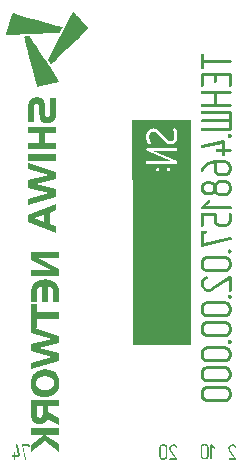
<source format=gbo>
G04*
G04 #@! TF.GenerationSoftware,Altium Limited,Altium Designer,24.4.1 (13)*
G04*
G04 Layer_Color=16776960*
%FSLAX44Y44*%
%MOMM*%
G71*
G04*
G04 #@! TF.SameCoordinates,13FF6278-5DA1-4848-AA7E-132AFDE523C9*
G04*
G04*
G04 #@! TF.FilePolarity,Positive*
G04*
G01*
G75*
%ADD69R,5.0000X14.1000*%
G36*
X19207Y407048D02*
X19728Y406918D01*
X23375Y405876D01*
X23896Y405746D01*
X28455Y404444D01*
X28976Y404313D01*
X32624Y403271D01*
X33145Y403141D01*
X36792Y402099D01*
X37313Y401969D01*
X40960Y400927D01*
X41481Y400796D01*
X45128Y399754D01*
X45649Y399624D01*
X48384Y398843D01*
X48970Y398647D01*
X49036Y398582D01*
X50012Y398387D01*
X50729Y398191D01*
X53464Y397410D01*
X53985Y397279D01*
X57632Y396237D01*
X58088Y396042D01*
X55939Y391809D01*
X55418Y391679D01*
X50403Y391483D01*
X31256Y390571D01*
X23180Y390181D01*
X20184Y390050D01*
X11978Y389660D01*
X9829Y389594D01*
X9764Y389790D01*
X10024Y390441D01*
X10220Y391157D01*
X10675Y392655D01*
X15235Y407244D01*
X15560Y408091D01*
X19207Y407048D01*
D02*
G37*
G36*
X67988Y408416D02*
X68118Y408156D01*
X69160Y407114D01*
X69290Y406853D01*
X70462Y405681D01*
X70593Y405420D01*
X71765Y404248D01*
X71895Y403988D01*
X73067Y402815D01*
X73198Y402555D01*
X74370Y401382D01*
X74500Y401122D01*
X75542Y400080D01*
X75673Y399819D01*
X76845Y398647D01*
X76975Y398387D01*
X78147Y397214D01*
X78278Y396954D01*
X79450Y395782D01*
X79710Y395261D01*
X78082Y393632D01*
X77822Y393502D01*
X75347Y391027D01*
X75086Y390897D01*
X72612Y388422D01*
X72351Y388292D01*
X69746Y385687D01*
X69486Y385556D01*
X67011Y383082D01*
X66750Y382952D01*
X64145Y380346D01*
X63885Y380216D01*
X61410Y377741D01*
X61149Y377611D01*
X58674Y375136D01*
X58414Y375006D01*
X55809Y372401D01*
X55548Y372271D01*
X53073Y369796D01*
X52813Y369665D01*
X50208Y367060D01*
X49947Y366930D01*
X47993Y364976D01*
X47733Y365107D01*
X47538Y365302D01*
X47407Y365563D01*
X46105Y367386D01*
X45974Y367646D01*
X45714Y367907D01*
X45584Y368167D01*
X45193Y368819D01*
X51445Y380672D01*
X59000Y395000D01*
X65252Y406853D01*
X65643Y407504D01*
Y407635D01*
X66424Y409067D01*
X66750Y409654D01*
X67988Y408416D01*
D02*
G37*
G36*
X30083Y388618D02*
X30214Y388357D01*
X30865Y387445D01*
X30995Y387185D01*
X31516Y386403D01*
X31646Y386143D01*
X32298Y385231D01*
X32428Y384970D01*
X33079Y384059D01*
X33210Y383798D01*
X33861Y382886D01*
X33991Y382626D01*
X34382Y382105D01*
Y381974D01*
X35033Y381063D01*
X35163Y380802D01*
X35815Y379891D01*
X35945Y379630D01*
X36596Y378718D01*
X36727Y378458D01*
X37248Y377676D01*
X37378Y377416D01*
X38029Y376504D01*
X38159Y376243D01*
X38811Y375332D01*
X38941Y375071D01*
X39592Y374159D01*
X39722Y373899D01*
X41481Y371228D01*
X42523Y369665D01*
X43435Y368233D01*
X45519Y365107D01*
X46170Y364064D01*
X47733Y361720D01*
X48645Y360287D01*
X50729Y357161D01*
X51380Y356119D01*
X53464Y352993D01*
X54376Y351560D01*
X54897Y350779D01*
X55223Y350192D01*
X54637Y349997D01*
X53790Y349802D01*
X52748Y349541D01*
X52097Y349411D01*
X51055Y349150D01*
X50403Y349020D01*
X48840Y348629D01*
X48189Y348499D01*
X46626Y348108D01*
X45974Y347978D01*
X44412Y347587D01*
X43760Y347457D01*
X42718Y347197D01*
X42067Y347066D01*
X40504Y346675D01*
X39853Y346545D01*
X38289Y346155D01*
X37638Y346024D01*
X36596Y345764D01*
X36401Y345699D01*
X36205Y346285D01*
X35945Y347197D01*
X35554Y348760D01*
X35294Y349671D01*
X34903Y351235D01*
X34642Y352146D01*
X34252Y353709D01*
X33991Y354621D01*
X33600Y356184D01*
X33340Y357096D01*
X32949Y358659D01*
X32689Y359571D01*
X32428Y360613D01*
X32168Y361525D01*
X31777Y363088D01*
X31516Y363999D01*
X31126Y365563D01*
X30865Y366474D01*
X30474Y368037D01*
X30214Y368949D01*
X29823Y370512D01*
X29562Y371424D01*
X29172Y372987D01*
X28911Y373899D01*
X28520Y375462D01*
X28260Y376374D01*
X27869Y377937D01*
X27609Y378848D01*
X27218Y380411D01*
X26957Y381323D01*
X26567Y382886D01*
X26306Y383798D01*
X25915Y385361D01*
X25655Y386273D01*
X25134Y388357D01*
X25655Y388487D01*
X27088Y388618D01*
X28390Y388748D01*
X29888Y388813D01*
X30083Y388618D01*
D02*
G37*
G36*
X167000Y267000D02*
X117000D01*
Y318000D01*
X167000D01*
Y267000D01*
D02*
G37*
G36*
X176173Y373983D02*
X176356Y373950D01*
X176523Y373900D01*
X176656Y373833D01*
X176773Y373767D01*
X176856Y373717D01*
X176923Y373683D01*
X176940Y373667D01*
X177056Y373517D01*
X177139Y373367D01*
X177206Y373200D01*
X177239Y373050D01*
X177273Y372917D01*
X177289Y372817D01*
Y368518D01*
X199717D01*
X199950Y368501D01*
X200167Y368451D01*
X200333Y368368D01*
X200483Y368285D01*
X200600Y368218D01*
X200683Y368135D01*
X200733Y368085D01*
X200750Y368068D01*
X200833Y367868D01*
X200900Y367685D01*
X200933Y367535D01*
X200967Y367418D01*
X200983Y367335D01*
X201000Y367268D01*
Y367218D01*
X200983Y367019D01*
X200950Y366852D01*
X200900Y366685D01*
X200833Y366552D01*
X200767Y366435D01*
X200717Y366352D01*
X200683Y366302D01*
X200667Y366285D01*
X200517Y366169D01*
X200367Y366069D01*
X200217Y366002D01*
X200067Y365969D01*
X199917Y365935D01*
X199817Y365919D01*
X199750D01*
X199717D01*
X177289D01*
Y361720D01*
X177273Y361503D01*
X177223Y361303D01*
X177156Y361153D01*
X177073Y361020D01*
X177006Y360903D01*
X176940Y360837D01*
X176889Y360787D01*
X176873Y360770D01*
X176723Y360653D01*
X176556Y360570D01*
X176406Y360504D01*
X176273Y360470D01*
X176156Y360437D01*
X176073Y360420D01*
X176006D01*
X175990D01*
X175823Y360437D01*
X175657Y360487D01*
X175506Y360554D01*
X175373Y360620D01*
X175273Y360703D01*
X175190Y360770D01*
X175140Y360820D01*
X175123Y360837D01*
X174990Y360987D01*
X174890Y361137D01*
X174807Y361287D01*
X174757Y361420D01*
X174723Y361553D01*
X174707Y361637D01*
Y372717D01*
X174723Y372950D01*
X174790Y373150D01*
X174857Y373317D01*
X174957Y373450D01*
X175040Y373567D01*
X175123Y373633D01*
X175190Y373683D01*
X175207Y373700D01*
X175373Y373800D01*
X175540Y373867D01*
X175673Y373933D01*
X175773Y373967D01*
X175873Y373983D01*
X175940Y374000D01*
X175973D01*
X175990D01*
X176173Y373983D01*
D02*
G37*
G36*
X199950Y357188D02*
X200133Y357154D01*
X200317Y357088D01*
X200450Y357004D01*
X200583Y356904D01*
X200683Y356804D01*
X200767Y356688D01*
X200833Y356554D01*
X200933Y356321D01*
X200983Y356121D01*
Y356038D01*
X201000Y355971D01*
Y346790D01*
X200983Y346574D01*
X200933Y346374D01*
X200867Y346224D01*
X200783Y346091D01*
X200717Y345974D01*
X200650Y345907D01*
X200600Y345857D01*
X200583Y345841D01*
X200434Y345724D01*
X200267Y345641D01*
X200117Y345574D01*
X199984Y345541D01*
X199867Y345507D01*
X199784Y345491D01*
X199717D01*
X199700D01*
X199534Y345507D01*
X199367Y345557D01*
X199217Y345624D01*
X199084Y345691D01*
X198984Y345774D01*
X198901Y345841D01*
X198850Y345891D01*
X198834Y345907D01*
X198701Y346057D01*
X198601Y346207D01*
X198517Y346357D01*
X198467Y346490D01*
X198434Y346624D01*
X198417Y346707D01*
Y354605D01*
X188253D01*
Y350439D01*
X188237Y350223D01*
X188187Y350023D01*
X188120Y349873D01*
X188037Y349740D01*
X187970Y349623D01*
X187903Y349556D01*
X187853Y349506D01*
X187837Y349490D01*
X187687Y349373D01*
X187520Y349290D01*
X187370Y349223D01*
X187237Y349190D01*
X187120Y349156D01*
X187037Y349140D01*
X186970D01*
X186954D01*
X186787Y349156D01*
X186620Y349206D01*
X186470Y349273D01*
X186337Y349340D01*
X186237Y349423D01*
X186154Y349490D01*
X186104Y349540D01*
X186087Y349556D01*
X185954Y349706D01*
X185854Y349856D01*
X185770Y350006D01*
X185721Y350140D01*
X185687Y350273D01*
X185671Y350356D01*
Y354605D01*
X177289D01*
Y346790D01*
X177273Y346574D01*
X177223Y346374D01*
X177156Y346224D01*
X177073Y346091D01*
X177006Y345974D01*
X176940Y345907D01*
X176889Y345857D01*
X176873Y345841D01*
X176723Y345724D01*
X176556Y345641D01*
X176406Y345574D01*
X176273Y345541D01*
X176156Y345507D01*
X176073Y345491D01*
X176006D01*
X175990D01*
X175823Y345507D01*
X175657Y345557D01*
X175506Y345624D01*
X175373Y345691D01*
X175273Y345774D01*
X175190Y345841D01*
X175140Y345891D01*
X175123Y345907D01*
X174990Y346057D01*
X174890Y346207D01*
X174807Y346357D01*
X174757Y346490D01*
X174723Y346624D01*
X174707Y346707D01*
Y355921D01*
X174723Y356155D01*
X174757Y356338D01*
X174823Y356521D01*
X174907Y356655D01*
X175007Y356788D01*
X175107Y356888D01*
X175223Y356971D01*
X175340Y357038D01*
X175590Y357138D01*
X175790Y357188D01*
X175873D01*
X175940Y357204D01*
X175973D01*
X175990D01*
X199717D01*
X199950Y357188D01*
D02*
G37*
G36*
Y342291D02*
X200167Y342242D01*
X200333Y342158D01*
X200483Y342075D01*
X200600Y342008D01*
X200683Y341925D01*
X200733Y341875D01*
X200750Y341858D01*
X200833Y341658D01*
X200900Y341475D01*
X200933Y341325D01*
X200967Y341208D01*
X200983Y341125D01*
X201000Y341058D01*
Y341008D01*
X200983Y340808D01*
X200950Y340642D01*
X200900Y340475D01*
X200833Y340342D01*
X200767Y340225D01*
X200717Y340142D01*
X200683Y340092D01*
X200667Y340075D01*
X200517Y339959D01*
X200367Y339859D01*
X200217Y339792D01*
X200067Y339759D01*
X199917Y339725D01*
X199817Y339709D01*
X199750D01*
X199717D01*
X188253D01*
Y331344D01*
X199717D01*
X199950Y331328D01*
X200167Y331278D01*
X200333Y331194D01*
X200483Y331111D01*
X200600Y331044D01*
X200683Y330961D01*
X200733Y330911D01*
X200750Y330894D01*
X200833Y330694D01*
X200900Y330511D01*
X200933Y330361D01*
X200967Y330245D01*
X200983Y330161D01*
X201000Y330095D01*
Y330045D01*
X200983Y329845D01*
X200950Y329678D01*
X200900Y329511D01*
X200833Y329378D01*
X200767Y329262D01*
X200717Y329178D01*
X200683Y329128D01*
X200667Y329112D01*
X200517Y328995D01*
X200367Y328895D01*
X200217Y328828D01*
X200067Y328795D01*
X199917Y328762D01*
X199817Y328745D01*
X199750D01*
X199717D01*
X175990D01*
X175773Y328762D01*
X175590Y328812D01*
X175423Y328878D01*
X175290Y328961D01*
X175190Y329045D01*
X175123Y329112D01*
X175073Y329161D01*
X175057Y329178D01*
X174940Y329328D01*
X174857Y329495D01*
X174790Y329628D01*
X174757Y329761D01*
X174723Y329878D01*
X174707Y329961D01*
Y330045D01*
X174723Y330245D01*
X174773Y330428D01*
X174840Y330578D01*
X174923Y330711D01*
X175007Y330828D01*
X175073Y330911D01*
X175123Y330961D01*
X175140Y330978D01*
X175307Y331094D01*
X175457Y331194D01*
X175606Y331261D01*
X175723Y331294D01*
X175840Y331328D01*
X175923Y331344D01*
X175973D01*
X175990D01*
X185671D01*
Y339709D01*
X175990D01*
X175773Y339725D01*
X175590Y339775D01*
X175423Y339842D01*
X175290Y339925D01*
X175190Y340009D01*
X175123Y340075D01*
X175073Y340125D01*
X175057Y340142D01*
X174940Y340292D01*
X174857Y340459D01*
X174790Y340592D01*
X174757Y340725D01*
X174723Y340842D01*
X174707Y340925D01*
Y341008D01*
X174723Y341208D01*
X174773Y341392D01*
X174840Y341542D01*
X174923Y341675D01*
X175007Y341792D01*
X175073Y341875D01*
X175123Y341925D01*
X175140Y341942D01*
X175307Y342058D01*
X175457Y342158D01*
X175606Y342225D01*
X175723Y342258D01*
X175840Y342291D01*
X175923Y342308D01*
X175973D01*
X175990D01*
X199717D01*
X199950Y342291D01*
D02*
G37*
G36*
Y325512D02*
X200133Y325479D01*
X200317Y325412D01*
X200450Y325329D01*
X200583Y325229D01*
X200683Y325129D01*
X200767Y325013D01*
X200833Y324879D01*
X200933Y324646D01*
X200983Y324446D01*
Y324363D01*
X201000Y324296D01*
Y309633D01*
X200983Y309400D01*
X200950Y309200D01*
X200883Y309033D01*
X200800Y308883D01*
X200700Y308750D01*
X200600Y308650D01*
X200483Y308567D01*
X200350Y308500D01*
X200117Y308400D01*
X199917Y308350D01*
X199834Y308333D01*
X199767D01*
X199734D01*
X199717D01*
X175990D01*
X175773Y308350D01*
X175590Y308400D01*
X175423Y308467D01*
X175290Y308550D01*
X175190Y308633D01*
X175123Y308700D01*
X175073Y308750D01*
X175057Y308767D01*
X174940Y308917D01*
X174857Y309083D01*
X174790Y309217D01*
X174757Y309350D01*
X174723Y309466D01*
X174707Y309550D01*
Y309633D01*
X174723Y309833D01*
X174773Y310016D01*
X174840Y310166D01*
X174923Y310300D01*
X175007Y310416D01*
X175073Y310500D01*
X175123Y310550D01*
X175140Y310566D01*
X175307Y310683D01*
X175457Y310783D01*
X175606Y310849D01*
X175723Y310883D01*
X175840Y310916D01*
X175923Y310933D01*
X175973D01*
X175990D01*
X198417D01*
Y315648D01*
X175990D01*
X175773Y315665D01*
X175590Y315715D01*
X175423Y315782D01*
X175290Y315865D01*
X175190Y315948D01*
X175123Y316015D01*
X175073Y316065D01*
X175057Y316082D01*
X174940Y316231D01*
X174857Y316398D01*
X174790Y316531D01*
X174757Y316665D01*
X174723Y316781D01*
X174707Y316865D01*
Y316948D01*
X174723Y317148D01*
X174773Y317331D01*
X174840Y317481D01*
X174923Y317614D01*
X175007Y317731D01*
X175073Y317814D01*
X175123Y317864D01*
X175140Y317881D01*
X175307Y317998D01*
X175457Y318098D01*
X175606Y318164D01*
X175723Y318198D01*
X175840Y318231D01*
X175923Y318248D01*
X175973D01*
X175990D01*
X198417D01*
Y322930D01*
X175990D01*
X175773Y322946D01*
X175590Y322996D01*
X175423Y323063D01*
X175290Y323146D01*
X175190Y323230D01*
X175123Y323296D01*
X175073Y323346D01*
X175057Y323363D01*
X174940Y323513D01*
X174857Y323680D01*
X174790Y323813D01*
X174757Y323946D01*
X174723Y324063D01*
X174707Y324146D01*
Y324229D01*
X174723Y324429D01*
X174773Y324613D01*
X174840Y324763D01*
X174923Y324896D01*
X175007Y325013D01*
X175073Y325096D01*
X175123Y325146D01*
X175140Y325163D01*
X175307Y325279D01*
X175457Y325379D01*
X175606Y325446D01*
X175723Y325479D01*
X175840Y325512D01*
X175923Y325529D01*
X175973D01*
X175990D01*
X199717D01*
X199950Y325512D01*
D02*
G37*
G36*
X199500Y305934D02*
X199750Y305868D01*
X199967Y305801D01*
X200150Y305701D01*
X200317Y305618D01*
X200434Y305534D01*
X200500Y305484D01*
X200533Y305468D01*
X200683Y305284D01*
X200800Y305068D01*
X200883Y304868D01*
X200933Y304651D01*
X200967Y304485D01*
X201000Y304335D01*
Y304201D01*
X200983Y303901D01*
X200917Y303635D01*
X200833Y303418D01*
X200717Y303235D01*
X200617Y303085D01*
X200533Y302985D01*
X200467Y302918D01*
X200450Y302902D01*
X200233Y302752D01*
X200017Y302635D01*
X199817Y302552D01*
X199634Y302485D01*
X199484Y302452D01*
X199350Y302435D01*
X199284D01*
X199250D01*
X199017Y302452D01*
X198801Y302518D01*
X198601Y302602D01*
X198417Y302702D01*
X198267Y302818D01*
X198167Y302902D01*
X198084Y302968D01*
X198067Y302985D01*
X197884Y303202D01*
X197751Y303401D01*
X197651Y303618D01*
X197584Y303801D01*
X197551Y303968D01*
X197518Y304085D01*
Y304201D01*
X197551Y304518D01*
X197617Y304784D01*
X197734Y305001D01*
X197851Y305184D01*
X197967Y305334D01*
X198084Y305434D01*
X198151Y305501D01*
X198184Y305518D01*
X198417Y305667D01*
X198617Y305767D01*
X198801Y305851D01*
X198967Y305901D01*
X199084Y305934D01*
X199167Y305951D01*
X199234D01*
X199250D01*
X199500Y305934D01*
D02*
G37*
G36*
X194435Y300369D02*
X194618Y300336D01*
X194785Y300269D01*
X194918Y300202D01*
X195018Y300136D01*
X195102Y300069D01*
X195152Y300036D01*
X195168Y300019D01*
X195285Y299869D01*
X195368Y299719D01*
X195435Y299569D01*
X195468Y299419D01*
X195501Y299286D01*
X195518Y299186D01*
Y293087D01*
X199717D01*
X199950Y293071D01*
X200167Y293021D01*
X200333Y292937D01*
X200483Y292854D01*
X200600Y292787D01*
X200683Y292704D01*
X200733Y292654D01*
X200750Y292638D01*
X200833Y292438D01*
X200900Y292254D01*
X200933Y292104D01*
X200967Y291988D01*
X200983Y291904D01*
X201000Y291838D01*
Y291788D01*
X200983Y291588D01*
X200950Y291421D01*
X200900Y291255D01*
X200833Y291121D01*
X200767Y291005D01*
X200717Y290921D01*
X200683Y290871D01*
X200667Y290855D01*
X200517Y290738D01*
X200367Y290638D01*
X200217Y290571D01*
X200067Y290538D01*
X199917Y290505D01*
X199817Y290488D01*
X199750D01*
X199717D01*
X195518D01*
Y288122D01*
X195501Y287905D01*
X195451Y287705D01*
X195385Y287556D01*
X195301Y287422D01*
X195235Y287306D01*
X195168Y287239D01*
X195118Y287189D01*
X195102Y287172D01*
X194951Y287056D01*
X194785Y286972D01*
X194635Y286906D01*
X194502Y286872D01*
X194385Y286839D01*
X194302Y286822D01*
X194235D01*
X194218D01*
X194052Y286839D01*
X193885Y286889D01*
X193735Y286956D01*
X193602Y287022D01*
X193502Y287106D01*
X193419Y287172D01*
X193369Y287222D01*
X193352Y287239D01*
X193219Y287389D01*
X193119Y287539D01*
X193035Y287689D01*
X192985Y287822D01*
X192952Y287955D01*
X192935Y288039D01*
Y290488D01*
X188720D01*
X188503Y290505D01*
X188320Y290555D01*
X188153Y290621D01*
X188020Y290705D01*
X187920Y290788D01*
X187853Y290855D01*
X187803Y290905D01*
X187787Y290921D01*
X187670Y291071D01*
X187587Y291238D01*
X187520Y291371D01*
X187487Y291504D01*
X187453Y291621D01*
X187437Y291704D01*
Y291788D01*
X187453Y291988D01*
X187503Y292171D01*
X187570Y292321D01*
X187653Y292454D01*
X187737Y292571D01*
X187803Y292654D01*
X187853Y292704D01*
X187870Y292721D01*
X188037Y292838D01*
X188187Y292937D01*
X188337Y293004D01*
X188453Y293037D01*
X188570Y293071D01*
X188653Y293087D01*
X188703D01*
X188720D01*
X192935D01*
Y297586D01*
X176240Y294170D01*
X175940Y294137D01*
X175756Y294154D01*
X175573Y294204D01*
X175423Y294270D01*
X175290Y294337D01*
X175190Y294420D01*
X175123Y294487D01*
X175073Y294537D01*
X175057Y294554D01*
X174940Y294704D01*
X174857Y294870D01*
X174790Y295037D01*
X174757Y295170D01*
X174723Y295303D01*
X174707Y295403D01*
Y295503D01*
X174940Y296220D01*
X175057Y296353D01*
X175207Y296470D01*
X175340Y296553D01*
X175490Y296620D01*
X175606Y296670D01*
X175707Y296703D01*
X175773Y296720D01*
X175806D01*
X194002Y300369D01*
X194235Y300385D01*
X194435Y300369D01*
D02*
G37*
G36*
X195601Y283573D02*
X196035Y283507D01*
X196451Y283423D01*
X196834Y283307D01*
X197218Y283173D01*
X197551Y283023D01*
X197867Y282857D01*
X198151Y282690D01*
X198417Y282523D01*
X198651Y282357D01*
X198850Y282207D01*
X199017Y282074D01*
X199151Y281957D01*
X199234Y281874D01*
X199300Y281807D01*
X199317Y281790D01*
X199617Y281440D01*
X199867Y281107D01*
X200100Y280741D01*
X200284Y280391D01*
X200450Y280057D01*
X200583Y279724D01*
X200700Y279391D01*
X200783Y279091D01*
X200867Y278808D01*
X200917Y278541D01*
X200950Y278325D01*
X200967Y278125D01*
X200983Y277958D01*
X201000Y277841D01*
Y275909D01*
X200983Y275459D01*
X200933Y275025D01*
X200850Y274625D01*
X200733Y274226D01*
X200600Y273876D01*
X200467Y273526D01*
X200300Y273209D01*
X200150Y272926D01*
X199984Y272659D01*
X199834Y272426D01*
X199700Y272226D01*
X199567Y272059D01*
X199450Y271926D01*
X199367Y271843D01*
X199317Y271776D01*
X199300Y271759D01*
X198967Y271460D01*
X198634Y271193D01*
X198284Y270960D01*
X197934Y270760D01*
X197584Y270593D01*
X197234Y270460D01*
X196901Y270343D01*
X196584Y270260D01*
X196285Y270193D01*
X196018Y270127D01*
X195768Y270093D01*
X195568Y270077D01*
X195385Y270060D01*
X195252Y270043D01*
X195185D01*
X195152D01*
X191502D01*
X191052Y270060D01*
X190619Y270110D01*
X190203Y270193D01*
X189820Y270310D01*
X189453Y270443D01*
X189120Y270593D01*
X188803Y270743D01*
X188503Y270893D01*
X188253Y271060D01*
X188020Y271210D01*
X187820Y271360D01*
X187653Y271493D01*
X187520Y271593D01*
X187437Y271693D01*
X187370Y271743D01*
X187353Y271759D01*
X187054Y272093D01*
X186787Y272426D01*
X186570Y272776D01*
X186370Y273126D01*
X186204Y273476D01*
X186070Y273826D01*
X185954Y274159D01*
X185870Y274475D01*
X185804Y274775D01*
X185737Y275059D01*
X185704Y275309D01*
X185687Y275509D01*
X185671Y275692D01*
X185654Y275809D01*
Y280991D01*
X185354Y280974D01*
X185021Y280924D01*
X184671Y280840D01*
X184354Y280757D01*
X184054Y280674D01*
X183921Y280624D01*
X183821Y280591D01*
X183721Y280574D01*
X183654Y280541D01*
X183621Y280524D01*
X183604D01*
X183121Y280341D01*
X182688Y280141D01*
X182288Y279957D01*
X181938Y279791D01*
X181788Y279708D01*
X181655Y279641D01*
X181555Y279574D01*
X181455Y279524D01*
X181372Y279491D01*
X181322Y279458D01*
X181288Y279424D01*
X181272D01*
X180972Y279224D01*
X180705Y279024D01*
X180439Y278824D01*
X180205Y278641D01*
X179989Y278458D01*
X179772Y278274D01*
X179589Y278108D01*
X179422Y277941D01*
X179272Y277791D01*
X179139Y277658D01*
X179022Y277541D01*
X178939Y277441D01*
X178872Y277358D01*
X178806Y277291D01*
X178789Y277258D01*
X178772Y277241D01*
X178606Y277025D01*
X178439Y276808D01*
X178289Y276608D01*
X178139Y276392D01*
X178039Y276225D01*
X177939Y276075D01*
X177889Y275992D01*
X177873Y275958D01*
X177539Y275309D01*
X177356Y274909D01*
X177223Y274542D01*
X177123Y274375D01*
X177006Y274242D01*
X176923Y274126D01*
X176840Y274042D01*
X176756Y273976D01*
X176706Y273926D01*
X176673Y273892D01*
X176656D01*
X176540Y273826D01*
X176440Y273792D01*
X176223Y273726D01*
X176140D01*
X176073Y273709D01*
X176023D01*
X176006D01*
X175823Y273726D01*
X175657Y273759D01*
X175506Y273826D01*
X175373Y273876D01*
X175257Y273942D01*
X175173Y274009D01*
X175123Y274042D01*
X175107Y274059D01*
X174973Y274192D01*
X174873Y274342D01*
X174790Y274492D01*
X174740Y274642D01*
X174707Y274759D01*
X174690Y274859D01*
Y274959D01*
X174790Y275459D01*
X175107Y276175D01*
X175457Y276858D01*
X175840Y277491D01*
X176240Y278075D01*
X176656Y278624D01*
X177073Y279124D01*
X177506Y279591D01*
X177906Y279991D01*
X178306Y280374D01*
X178672Y280691D01*
X179006Y280957D01*
X179289Y281190D01*
X179539Y281357D01*
X179639Y281424D01*
X179722Y281490D01*
X179789Y281540D01*
X179839Y281557D01*
X179855Y281590D01*
X179872D01*
X180489Y281940D01*
X181122Y282257D01*
X181738Y282523D01*
X182371Y282740D01*
X182988Y282940D01*
X183571Y283107D01*
X184138Y283240D01*
X184671Y283340D01*
X185171Y283423D01*
X185637Y283490D01*
X186037Y283523D01*
X186370Y283556D01*
X186520Y283573D01*
X186654D01*
X186770Y283590D01*
X186870D01*
X186937D01*
X186987D01*
X187020D01*
X187037D01*
X195152D01*
X195601Y283573D01*
D02*
G37*
G36*
Y266794D02*
X196035Y266728D01*
X196451Y266644D01*
X196834Y266528D01*
X197218Y266394D01*
X197551Y266244D01*
X197867Y266078D01*
X198151Y265911D01*
X198417Y265744D01*
X198651Y265578D01*
X198850Y265428D01*
X199017Y265294D01*
X199151Y265178D01*
X199234Y265095D01*
X199300Y265028D01*
X199317Y265011D01*
X199617Y264661D01*
X199867Y264328D01*
X200100Y263962D01*
X200284Y263612D01*
X200450Y263278D01*
X200583Y262945D01*
X200700Y262612D01*
X200783Y262312D01*
X200867Y262029D01*
X200917Y261762D01*
X200950Y261546D01*
X200967Y261346D01*
X200983Y261179D01*
X201000Y261062D01*
Y259129D01*
X200983Y258680D01*
X200933Y258246D01*
X200850Y257846D01*
X200733Y257446D01*
X200600Y257097D01*
X200467Y256747D01*
X200300Y256430D01*
X200150Y256147D01*
X199984Y255880D01*
X199834Y255647D01*
X199700Y255447D01*
X199567Y255280D01*
X199450Y255147D01*
X199367Y255064D01*
X199317Y254997D01*
X199300Y254981D01*
X198967Y254681D01*
X198634Y254414D01*
X198284Y254181D01*
X197934Y253981D01*
X197584Y253814D01*
X197234Y253681D01*
X196901Y253564D01*
X196584Y253481D01*
X196285Y253414D01*
X196018Y253348D01*
X195768Y253314D01*
X195568Y253298D01*
X195385Y253281D01*
X195252Y253264D01*
X195185D01*
X195152D01*
X191502D01*
X191203Y253281D01*
X190903Y253298D01*
X190336Y253414D01*
X189803Y253547D01*
X189570Y253631D01*
X189353Y253714D01*
X189153Y253814D01*
X188970Y253897D01*
X188803Y253964D01*
X188670Y254031D01*
X188570Y254097D01*
X188486Y254147D01*
X188437Y254164D01*
X188420Y254181D01*
X188153Y254347D01*
X187920Y254531D01*
X187703Y254714D01*
X187520Y254881D01*
X187353Y255064D01*
X187204Y255230D01*
X187070Y255380D01*
X186954Y255547D01*
X186854Y255680D01*
X186770Y255814D01*
X186704Y255930D01*
X186654Y256030D01*
X186620Y256097D01*
X186587Y256164D01*
X186570Y256197D01*
Y256213D01*
X186354Y255880D01*
X186087Y255580D01*
X185821Y255330D01*
X185554Y255114D01*
X185321Y254947D01*
X185121Y254830D01*
X185037Y254781D01*
X184987Y254747D01*
X184954Y254731D01*
X184937D01*
X184504Y254547D01*
X184071Y254414D01*
X183638Y254314D01*
X183255Y254247D01*
X183071Y254231D01*
X182905Y254214D01*
X182771Y254197D01*
X182638Y254181D01*
X182538D01*
X182471D01*
X182421D01*
X182405D01*
X180539D01*
X179955D01*
X179322Y254281D01*
X178289Y254581D01*
X177906Y254764D01*
X177539Y254964D01*
X177223Y255180D01*
X176940Y255397D01*
X176723Y255597D01*
X176556Y255747D01*
X176490Y255814D01*
X176440Y255864D01*
X176423Y255880D01*
X176406Y255897D01*
X176106Y256230D01*
X175840Y256580D01*
X175623Y256930D01*
X175423Y257280D01*
X175257Y257647D01*
X175123Y257996D01*
X175007Y258330D01*
X174923Y258646D01*
X174857Y258946D01*
X174790Y259213D01*
X174757Y259463D01*
X174740Y259679D01*
X174723Y259846D01*
X174707Y259963D01*
Y260662D01*
X174807Y261296D01*
X175107Y262312D01*
X175290Y262695D01*
X175490Y263045D01*
X175707Y263362D01*
X175906Y263645D01*
X176073Y263862D01*
X176223Y264028D01*
X176273Y264095D01*
X176323Y264145D01*
X176340Y264161D01*
X176356Y264178D01*
X176723Y264478D01*
X177089Y264745D01*
X177456Y264978D01*
X177823Y265178D01*
X178172Y265328D01*
X178522Y265478D01*
X178839Y265594D01*
X179156Y265678D01*
X179439Y265744D01*
X179705Y265811D01*
X179939Y265844D01*
X180139Y265861D01*
X180305Y265878D01*
X180422Y265894D01*
X180489D01*
X180522D01*
X182388D01*
X182905Y265878D01*
X183371Y265811D01*
X183821Y265711D01*
X184188Y265611D01*
X184354Y265561D01*
X184504Y265511D01*
X184638Y265461D01*
X184754Y265411D01*
X184837Y265378D01*
X184904Y265345D01*
X184937Y265328D01*
X184954D01*
X185354Y265095D01*
X185704Y264861D01*
X185987Y264611D01*
X186220Y264378D01*
X186404Y264178D01*
X186520Y264028D01*
X186570Y263962D01*
X186604Y263911D01*
X186620Y263895D01*
Y263878D01*
X186904Y264345D01*
X187220Y264761D01*
X187553Y265128D01*
X187887Y265445D01*
X188187Y265678D01*
X188320Y265778D01*
X188437Y265861D01*
X188520Y265928D01*
X188587Y265978D01*
X188636Y265994D01*
X188653Y266011D01*
X188903Y266144D01*
X189170Y266278D01*
X189669Y266478D01*
X190153Y266611D01*
X190586Y266711D01*
X190786Y266744D01*
X190953Y266761D01*
X191119Y266794D01*
X191252D01*
X191352Y266811D01*
X191436D01*
X191486D01*
X191502D01*
X195152D01*
X195601Y266794D01*
D02*
G37*
G36*
X181638Y249998D02*
X181822Y249965D01*
X181971Y249898D01*
X182105Y249832D01*
X182222Y249765D01*
X182305Y249699D01*
X182355Y249665D01*
X182371Y249648D01*
X182505Y249499D01*
X182588Y249349D01*
X182655Y249182D01*
X182705Y249032D01*
X182738Y248915D01*
X182755Y248799D01*
Y248715D01*
X182738Y248532D01*
X182688Y248349D01*
X182638Y248199D01*
X182555Y248066D01*
X182488Y247966D01*
X182438Y247882D01*
X182388Y247832D01*
X182371Y247816D01*
X178556Y244566D01*
X199717D01*
X199950Y244550D01*
X200167Y244500D01*
X200333Y244417D01*
X200483Y244333D01*
X200600Y244267D01*
X200683Y244183D01*
X200733Y244133D01*
X200750Y244117D01*
X200833Y243917D01*
X200900Y243733D01*
X200933Y243583D01*
X200967Y243467D01*
X200983Y243384D01*
X201000Y243317D01*
Y243267D01*
X200983Y243067D01*
X200950Y242900D01*
X200900Y242734D01*
X200833Y242600D01*
X200767Y242484D01*
X200717Y242400D01*
X200683Y242350D01*
X200667Y242334D01*
X200517Y242217D01*
X200367Y242117D01*
X200217Y242050D01*
X200067Y242017D01*
X199917Y241984D01*
X199817Y241967D01*
X199750D01*
X199717D01*
X175973D01*
X175773Y241984D01*
X175590Y242034D01*
X175440Y242101D01*
X175307Y242167D01*
X175190Y242250D01*
X175123Y242317D01*
X175073Y242367D01*
X175057Y242384D01*
X174940Y242534D01*
X174857Y242700D01*
X174790Y242850D01*
X174757Y242984D01*
X174723Y243100D01*
X174707Y243200D01*
Y243284D01*
X174723Y243467D01*
X174757Y243650D01*
X174823Y243800D01*
X174890Y243933D01*
X174957Y244033D01*
X175023Y244117D01*
X175057Y244167D01*
X175073Y244183D01*
X180588Y249682D01*
X180805Y249799D01*
X180988Y249882D01*
X181122Y249932D01*
X181238Y249965D01*
X181338Y249998D01*
X181388Y250015D01*
X181422D01*
X181438D01*
X181638Y249998D01*
D02*
G37*
G36*
X199884Y238835D02*
X200067Y238801D01*
X200233Y238751D01*
X200367Y238685D01*
X200483Y238618D01*
X200567Y238568D01*
X200633Y238535D01*
X200650Y238518D01*
X200767Y238368D01*
X200850Y238218D01*
X200917Y238051D01*
X200950Y237901D01*
X200983Y237768D01*
X201000Y237668D01*
Y232986D01*
X200983Y232536D01*
X200933Y232120D01*
X200833Y231703D01*
X200733Y231320D01*
X200600Y230953D01*
X200450Y230620D01*
X200300Y230303D01*
X200133Y230020D01*
X199984Y229754D01*
X199834Y229520D01*
X199684Y229320D01*
X199550Y229154D01*
X199434Y229021D01*
X199350Y228937D01*
X199300Y228871D01*
X199284Y228854D01*
X198951Y228554D01*
X198601Y228287D01*
X198251Y228054D01*
X197901Y227854D01*
X197551Y227687D01*
X197218Y227554D01*
X196884Y227437D01*
X196568Y227354D01*
X196268Y227288D01*
X196001Y227221D01*
X195768Y227188D01*
X195551Y227171D01*
X195385Y227154D01*
X195252Y227138D01*
X195185D01*
X195152D01*
X191502D01*
X191069Y227154D01*
X190636Y227204D01*
X190236Y227288D01*
X189853Y227404D01*
X189503Y227537D01*
X189153Y227687D01*
X188853Y227837D01*
X188553Y227987D01*
X188303Y228154D01*
X188070Y228304D01*
X187870Y228454D01*
X187703Y228587D01*
X187570Y228687D01*
X187487Y228787D01*
X187420Y228837D01*
X187404Y228854D01*
X187104Y229187D01*
X186837Y229520D01*
X186604Y229870D01*
X186404Y230220D01*
X186237Y230570D01*
X186087Y230920D01*
X185970Y231253D01*
X185887Y231570D01*
X185821Y231853D01*
X185754Y232136D01*
X185721Y232370D01*
X185704Y232586D01*
X185687Y232753D01*
X185671Y232886D01*
Y236252D01*
X177289D01*
Y228437D01*
X177273Y228221D01*
X177223Y228021D01*
X177156Y227871D01*
X177073Y227738D01*
X177006Y227621D01*
X176940Y227554D01*
X176889Y227504D01*
X176873Y227488D01*
X176723Y227371D01*
X176556Y227288D01*
X176406Y227221D01*
X176273Y227188D01*
X176156Y227154D01*
X176073Y227138D01*
X176006D01*
X175990D01*
X175823Y227154D01*
X175657Y227204D01*
X175506Y227271D01*
X175373Y227338D01*
X175273Y227421D01*
X175190Y227488D01*
X175140Y227537D01*
X175123Y227554D01*
X174990Y227704D01*
X174890Y227854D01*
X174807Y228004D01*
X174757Y228137D01*
X174723Y228271D01*
X174707Y228354D01*
Y237568D01*
X174723Y237802D01*
X174757Y237985D01*
X174823Y238168D01*
X174907Y238301D01*
X175007Y238435D01*
X175107Y238535D01*
X175223Y238618D01*
X175340Y238685D01*
X175590Y238785D01*
X175790Y238835D01*
X175873D01*
X175940Y238851D01*
X175973D01*
X175990D01*
X186970D01*
X187204Y238835D01*
X187387Y238801D01*
X187570Y238735D01*
X187703Y238651D01*
X187837Y238551D01*
X187937Y238451D01*
X188020Y238335D01*
X188087Y238202D01*
X188187Y237968D01*
X188237Y237768D01*
Y237685D01*
X188253Y237618D01*
Y232986D01*
X188270Y232736D01*
X188287Y232503D01*
X188337Y232270D01*
X188403Y232053D01*
X188553Y231670D01*
X188720Y231336D01*
X188820Y231187D01*
X188903Y231053D01*
X188986Y230953D01*
X189053Y230853D01*
X189120Y230787D01*
X189170Y230737D01*
X189186Y230703D01*
X189203Y230687D01*
X189386Y230520D01*
X189570Y230370D01*
X189769Y230254D01*
X189970Y230137D01*
X190153Y230037D01*
X190353Y229970D01*
X190703Y229854D01*
X191019Y229787D01*
X191152Y229770D01*
X191269Y229754D01*
X191369Y229737D01*
X191436D01*
X191486D01*
X191502D01*
X195152D01*
X195401Y229754D01*
X195651Y229770D01*
X195885Y229820D01*
X196101Y229887D01*
X196501Y230037D01*
X196834Y230203D01*
X196984Y230303D01*
X197118Y230387D01*
X197218Y230470D01*
X197318Y230537D01*
X197384Y230603D01*
X197434Y230653D01*
X197468Y230670D01*
X197484Y230687D01*
X197651Y230870D01*
X197784Y231053D01*
X197917Y231253D01*
X198017Y231453D01*
X198184Y231836D01*
X198301Y232186D01*
X198367Y232503D01*
X198384Y232636D01*
X198401Y232753D01*
X198417Y232853D01*
Y237568D01*
X198434Y237802D01*
X198501Y238001D01*
X198567Y238168D01*
X198667Y238301D01*
X198751Y238418D01*
X198834Y238485D01*
X198901Y238535D01*
X198917Y238551D01*
X199084Y238651D01*
X199250Y238718D01*
X199384Y238785D01*
X199484Y238818D01*
X199584Y238835D01*
X199650Y238851D01*
X199684D01*
X199700D01*
X199884Y238835D01*
D02*
G37*
G36*
X178956Y223922D02*
X179156Y223872D01*
X179339Y223789D01*
X179472Y223705D01*
X179589Y223638D01*
X179672Y223555D01*
X179722Y223505D01*
X179739Y223489D01*
X179822Y223289D01*
X179889Y223105D01*
X179939Y222955D01*
X179972Y222839D01*
X179989Y222755D01*
X180005Y222689D01*
Y222639D01*
X179989Y222439D01*
X179955Y222272D01*
X179905Y222106D01*
X179839Y221972D01*
X179772Y221856D01*
X179722Y221772D01*
X179689Y221722D01*
X179672Y221706D01*
X179522Y221589D01*
X179372Y221489D01*
X179222Y221422D01*
X179072Y221389D01*
X178922Y221356D01*
X178822Y221339D01*
X178756D01*
X178722D01*
X177289D01*
Y213225D01*
X199450Y218456D01*
X199700Y218507D01*
X199934Y218490D01*
X200133Y218440D01*
X200317Y218356D01*
X200467Y218273D01*
X200583Y218190D01*
X200667Y218107D01*
X200717Y218057D01*
X200733Y218040D01*
X200817Y217873D01*
X200883Y217723D01*
X200933Y217557D01*
X200967Y217423D01*
X200983Y217290D01*
X201000Y217190D01*
Y217107D01*
X200767Y216390D01*
X200567Y216257D01*
X200417Y216140D01*
X200284Y216057D01*
X200167Y215991D01*
X200084Y215957D01*
X200034Y215924D01*
X200000Y215907D01*
X199984D01*
X176273Y210425D01*
X175940Y210375D01*
X175740Y210392D01*
X175573Y210442D01*
X175423Y210492D01*
X175290Y210558D01*
X175190Y210642D01*
X175123Y210692D01*
X175073Y210742D01*
X175057Y210758D01*
X174940Y210908D01*
X174857Y211058D01*
X174790Y211208D01*
X174757Y211358D01*
X174723Y211492D01*
X174707Y211592D01*
Y222655D01*
X174723Y222889D01*
X174757Y223072D01*
X174823Y223255D01*
X174907Y223389D01*
X175007Y223522D01*
X175107Y223622D01*
X175223Y223705D01*
X175340Y223772D01*
X175590Y223872D01*
X175790Y223922D01*
X175873D01*
X175940Y223938D01*
X175973D01*
X175990D01*
X178722D01*
X178956Y223922D01*
D02*
G37*
G36*
X199500Y208059D02*
X199750Y207992D01*
X199967Y207926D01*
X200150Y207826D01*
X200317Y207743D01*
X200434Y207659D01*
X200500Y207609D01*
X200533Y207593D01*
X200683Y207409D01*
X200800Y207193D01*
X200883Y206993D01*
X200933Y206776D01*
X200967Y206609D01*
X201000Y206460D01*
Y206326D01*
X200983Y206026D01*
X200917Y205760D01*
X200833Y205543D01*
X200717Y205360D01*
X200617Y205210D01*
X200533Y205110D01*
X200467Y205043D01*
X200450Y205027D01*
X200233Y204877D01*
X200017Y204760D01*
X199817Y204677D01*
X199634Y204610D01*
X199484Y204577D01*
X199350Y204560D01*
X199284D01*
X199250D01*
X199017Y204577D01*
X198801Y204643D01*
X198601Y204727D01*
X198417Y204827D01*
X198267Y204943D01*
X198167Y205027D01*
X198084Y205093D01*
X198067Y205110D01*
X197884Y205326D01*
X197751Y205527D01*
X197651Y205743D01*
X197584Y205926D01*
X197551Y206093D01*
X197518Y206210D01*
Y206326D01*
X197551Y206643D01*
X197617Y206910D01*
X197734Y207126D01*
X197851Y207309D01*
X197967Y207459D01*
X198084Y207559D01*
X198151Y207626D01*
X198184Y207643D01*
X198417Y207793D01*
X198617Y207892D01*
X198801Y207976D01*
X198967Y208026D01*
X199084Y208059D01*
X199167Y208076D01*
X199234D01*
X199250D01*
X199500Y208059D01*
D02*
G37*
G36*
X195601Y202477D02*
X196035Y202411D01*
X196451Y202327D01*
X196834Y202211D01*
X197218Y202077D01*
X197551Y201927D01*
X197867Y201761D01*
X198151Y201594D01*
X198417Y201427D01*
X198651Y201261D01*
X198850Y201111D01*
X199017Y200978D01*
X199151Y200861D01*
X199234Y200778D01*
X199300Y200711D01*
X199317Y200694D01*
X199617Y200345D01*
X199867Y200011D01*
X200100Y199645D01*
X200284Y199295D01*
X200450Y198962D01*
X200583Y198628D01*
X200700Y198295D01*
X200783Y197995D01*
X200867Y197712D01*
X200917Y197445D01*
X200950Y197229D01*
X200967Y197029D01*
X200983Y196862D01*
X201000Y196745D01*
Y194813D01*
X200983Y194363D01*
X200933Y193930D01*
X200833Y193530D01*
X200733Y193130D01*
X200600Y192780D01*
X200450Y192430D01*
X200300Y192113D01*
X200133Y191830D01*
X199984Y191563D01*
X199834Y191330D01*
X199684Y191130D01*
X199550Y190963D01*
X199434Y190830D01*
X199350Y190747D01*
X199300Y190680D01*
X199284Y190664D01*
X198951Y190364D01*
X198601Y190097D01*
X198251Y189864D01*
X197901Y189664D01*
X197551Y189497D01*
X197218Y189347D01*
X196884Y189231D01*
X196568Y189147D01*
X196268Y189081D01*
X196001Y189014D01*
X195768Y188981D01*
X195551Y188964D01*
X195385Y188947D01*
X195252Y188931D01*
X195185D01*
X195152D01*
X180555D01*
X180105Y188947D01*
X179689Y188997D01*
X179272Y189097D01*
X178889Y189197D01*
X178522Y189331D01*
X178189Y189481D01*
X177873Y189647D01*
X177589Y189797D01*
X177323Y189964D01*
X177089Y190130D01*
X176889Y190280D01*
X176723Y190414D01*
X176590Y190514D01*
X176506Y190597D01*
X176440Y190664D01*
X176423Y190680D01*
X176123Y191014D01*
X175856Y191347D01*
X175623Y191697D01*
X175423Y192063D01*
X175257Y192413D01*
X175123Y192746D01*
X175007Y193080D01*
X174923Y193396D01*
X174857Y193696D01*
X174790Y193963D01*
X174757Y194196D01*
X174740Y194413D01*
X174723Y194579D01*
X174707Y194713D01*
Y196645D01*
X174723Y197095D01*
X174790Y197528D01*
X174873Y197945D01*
X174990Y198328D01*
X175123Y198712D01*
X175273Y199045D01*
X175423Y199361D01*
X175590Y199645D01*
X175756Y199911D01*
X175906Y200145D01*
X176056Y200345D01*
X176190Y200511D01*
X176306Y200644D01*
X176390Y200728D01*
X176456Y200794D01*
X176473Y200811D01*
X176806Y201111D01*
X177156Y201361D01*
X177506Y201594D01*
X177856Y201777D01*
X178189Y201944D01*
X178539Y202077D01*
X178856Y202194D01*
X179172Y202277D01*
X179456Y202361D01*
X179722Y202411D01*
X179955Y202444D01*
X180155Y202461D01*
X180322Y202477D01*
X180455Y202494D01*
X180522D01*
X180555D01*
X195152D01*
X195601Y202477D01*
D02*
G37*
G36*
X199834Y185698D02*
X200000Y185665D01*
X200167Y185598D01*
X200300Y185532D01*
X200417Y185482D01*
X200517Y185415D01*
X200567Y185382D01*
X200583Y185365D01*
X200717Y185198D01*
X200817Y185032D01*
X200900Y184865D01*
X200950Y184732D01*
X200983Y184615D01*
X201000Y184515D01*
Y173518D01*
X200983Y173301D01*
X200933Y173102D01*
X200867Y172952D01*
X200783Y172818D01*
X200717Y172702D01*
X200650Y172635D01*
X200600Y172585D01*
X200583Y172568D01*
X200434Y172452D01*
X200267Y172368D01*
X200117Y172318D01*
X199984Y172268D01*
X199867Y172252D01*
X199784Y172235D01*
X199717D01*
X199700D01*
X199534Y172252D01*
X199367Y172302D01*
X199217Y172368D01*
X199084Y172435D01*
X198984Y172502D01*
X198901Y172568D01*
X198850Y172618D01*
X198834Y172635D01*
X198701Y172785D01*
X198601Y172935D01*
X198517Y173085D01*
X198467Y173218D01*
X198434Y173351D01*
X198417Y173435D01*
Y182332D01*
X185304Y173351D01*
X184871Y173102D01*
X184471Y172885D01*
X184121Y172718D01*
X183804Y172568D01*
X183554Y172468D01*
X183454Y172418D01*
X183371Y172385D01*
X183305Y172368D01*
X183238Y172352D01*
X183221Y172335D01*
X183204D01*
X182855Y172235D01*
X182521Y172168D01*
X182205Y172102D01*
X181922Y172068D01*
X181688Y172052D01*
X181505Y172035D01*
X181438D01*
X181372D01*
X181355D01*
X181338D01*
X180839Y172052D01*
X180372Y172135D01*
X179939Y172235D01*
X179522Y172368D01*
X179156Y172535D01*
X178822Y172718D01*
X178522Y172918D01*
X178256Y173118D01*
X178006Y173318D01*
X177806Y173518D01*
X177639Y173701D01*
X177489Y173868D01*
X177373Y174001D01*
X177306Y174101D01*
X177256Y174184D01*
X177239Y174201D01*
X176789Y174634D01*
X176390Y175084D01*
X176056Y175518D01*
X175773Y175967D01*
X175523Y176384D01*
X175307Y176800D01*
X175140Y177217D01*
X175007Y177584D01*
X174907Y177934D01*
X174823Y178250D01*
X174773Y178533D01*
X174723Y178783D01*
X174707Y178983D01*
X174690Y179133D01*
Y179250D01*
X174707Y179617D01*
X174740Y179983D01*
X174790Y180333D01*
X174857Y180650D01*
X174940Y180966D01*
X175040Y181266D01*
X175123Y181533D01*
X175223Y181783D01*
X175340Y182016D01*
X175423Y182216D01*
X175523Y182399D01*
X175606Y182549D01*
X175673Y182666D01*
X175723Y182749D01*
X175756Y182799D01*
X175773Y182816D01*
X176006Y183132D01*
X176273Y183416D01*
X176540Y183699D01*
X176823Y183949D01*
X177123Y184182D01*
X177423Y184382D01*
X177706Y184565D01*
X178006Y184732D01*
X178272Y184882D01*
X178522Y185015D01*
X178756Y185115D01*
X178956Y185215D01*
X179106Y185282D01*
X179239Y185332D01*
X179305Y185348D01*
X179339Y185365D01*
X179672Y185415D01*
X179905Y185398D01*
X180105Y185348D01*
X180272Y185298D01*
X180422Y185215D01*
X180522Y185148D01*
X180605Y185098D01*
X180655Y185048D01*
X180672Y185032D01*
X180788Y184865D01*
X180872Y184699D01*
X180922Y184532D01*
X180955Y184365D01*
X180988Y184232D01*
X181005Y184115D01*
Y184015D01*
X180938Y183765D01*
X180872Y183582D01*
X180855Y183499D01*
X180822Y183449D01*
X180805Y183416D01*
Y183399D01*
X180705Y183282D01*
X180622Y183182D01*
X180522Y183116D01*
X180439Y183049D01*
X180372Y182999D01*
X180322Y182966D01*
X180289Y182949D01*
X180272D01*
X179972Y182816D01*
X179689Y182682D01*
X179439Y182549D01*
X179206Y182416D01*
X178989Y182266D01*
X178806Y182132D01*
X178622Y181999D01*
X178489Y181866D01*
X178356Y181749D01*
X178239Y181649D01*
X178156Y181549D01*
X178072Y181466D01*
X178022Y181399D01*
X177989Y181349D01*
X177956Y181316D01*
Y181299D01*
X177739Y180933D01*
X177573Y180550D01*
X177456Y180200D01*
X177389Y179866D01*
X177339Y179583D01*
X177323Y179466D01*
Y179366D01*
X177306Y179283D01*
Y179167D01*
X177323Y178850D01*
X177356Y178550D01*
X177406Y178267D01*
X177473Y178017D01*
X177539Y177800D01*
X177589Y177650D01*
X177606Y177584D01*
X177623Y177534D01*
X177639Y177517D01*
Y177500D01*
X177773Y177200D01*
X177923Y176917D01*
X178072Y176667D01*
X178206Y176451D01*
X178339Y176284D01*
X178439Y176151D01*
X178506Y176067D01*
X178539Y176034D01*
X178756Y175801D01*
X178989Y175584D01*
X179222Y175401D01*
X179456Y175251D01*
X179705Y175118D01*
X179922Y175018D01*
X180155Y174918D01*
X180372Y174851D01*
X180572Y174801D01*
X180755Y174751D01*
X180922Y174718D01*
X181055Y174701D01*
X181172D01*
X181272Y174684D01*
X181322D01*
X181338D01*
X181572D01*
X181805Y174718D01*
X182005Y174751D01*
X182188Y174784D01*
X182355Y174818D01*
X182471Y174851D01*
X182538Y174868D01*
X182571Y174884D01*
X183155Y175134D01*
X183871Y175518D01*
X199051Y185565D01*
X199234Y185648D01*
X199417Y185698D01*
X199500D01*
X199567Y185715D01*
X199617D01*
X199634D01*
X199834Y185698D01*
D02*
G37*
G36*
X199500Y169836D02*
X199750Y169769D01*
X199967Y169702D01*
X200150Y169602D01*
X200317Y169519D01*
X200434Y169436D01*
X200500Y169386D01*
X200533Y169369D01*
X200683Y169186D01*
X200800Y168969D01*
X200883Y168769D01*
X200933Y168553D01*
X200967Y168386D01*
X201000Y168236D01*
Y168103D01*
X200983Y167803D01*
X200917Y167536D01*
X200833Y167320D01*
X200717Y167136D01*
X200617Y166986D01*
X200533Y166886D01*
X200467Y166820D01*
X200450Y166803D01*
X200233Y166653D01*
X200017Y166537D01*
X199817Y166453D01*
X199634Y166387D01*
X199484Y166353D01*
X199350Y166336D01*
X199284D01*
X199250D01*
X199017Y166353D01*
X198801Y166420D01*
X198601Y166503D01*
X198417Y166603D01*
X198267Y166720D01*
X198167Y166803D01*
X198084Y166870D01*
X198067Y166886D01*
X197884Y167103D01*
X197751Y167303D01*
X197651Y167520D01*
X197584Y167703D01*
X197551Y167869D01*
X197518Y167986D01*
Y168103D01*
X197551Y168419D01*
X197617Y168686D01*
X197734Y168902D01*
X197851Y169086D01*
X197967Y169236D01*
X198084Y169336D01*
X198151Y169402D01*
X198184Y169419D01*
X198417Y169569D01*
X198617Y169669D01*
X198801Y169752D01*
X198967Y169802D01*
X199084Y169836D01*
X199167Y169852D01*
X199234D01*
X199250D01*
X199500Y169836D01*
D02*
G37*
G36*
X195601Y164254D02*
X196035Y164187D01*
X196451Y164104D01*
X196834Y163987D01*
X197218Y163854D01*
X197551Y163704D01*
X197867Y163537D01*
X198151Y163371D01*
X198417Y163204D01*
X198651Y163037D01*
X198850Y162887D01*
X199017Y162754D01*
X199151Y162638D01*
X199234Y162554D01*
X199300Y162488D01*
X199317Y162471D01*
X199617Y162121D01*
X199867Y161788D01*
X200100Y161421D01*
X200284Y161071D01*
X200450Y160738D01*
X200583Y160405D01*
X200700Y160072D01*
X200783Y159771D01*
X200867Y159488D01*
X200917Y159222D01*
X200950Y159005D01*
X200967Y158805D01*
X200983Y158638D01*
X201000Y158522D01*
Y156589D01*
X200983Y156139D01*
X200933Y155706D01*
X200833Y155306D01*
X200733Y154906D01*
X200600Y154556D01*
X200450Y154206D01*
X200300Y153890D01*
X200133Y153606D01*
X199984Y153340D01*
X199834Y153107D01*
X199684Y152907D01*
X199550Y152740D01*
X199434Y152607D01*
X199350Y152523D01*
X199300Y152457D01*
X199284Y152440D01*
X198951Y152140D01*
X198601Y151874D01*
X198251Y151640D01*
X197901Y151440D01*
X197551Y151274D01*
X197218Y151124D01*
X196884Y151007D01*
X196568Y150924D01*
X196268Y150857D01*
X196001Y150791D01*
X195768Y150757D01*
X195551Y150740D01*
X195385Y150724D01*
X195252Y150707D01*
X195185D01*
X195152D01*
X180555D01*
X180105Y150724D01*
X179689Y150774D01*
X179272Y150874D01*
X178889Y150974D01*
X178522Y151107D01*
X178189Y151257D01*
X177873Y151424D01*
X177589Y151574D01*
X177323Y151740D01*
X177089Y151907D01*
X176889Y152057D01*
X176723Y152190D01*
X176590Y152290D01*
X176506Y152373D01*
X176440Y152440D01*
X176423Y152457D01*
X176123Y152790D01*
X175856Y153123D01*
X175623Y153473D01*
X175423Y153840D01*
X175257Y154190D01*
X175123Y154523D01*
X175007Y154856D01*
X174923Y155173D01*
X174857Y155473D01*
X174790Y155739D01*
X174757Y155972D01*
X174740Y156189D01*
X174723Y156356D01*
X174707Y156489D01*
Y158422D01*
X174723Y158872D01*
X174790Y159305D01*
X174873Y159721D01*
X174990Y160105D01*
X175123Y160488D01*
X175273Y160821D01*
X175423Y161138D01*
X175590Y161421D01*
X175756Y161688D01*
X175906Y161921D01*
X176056Y162121D01*
X176190Y162288D01*
X176306Y162421D01*
X176390Y162504D01*
X176456Y162571D01*
X176473Y162588D01*
X176806Y162887D01*
X177156Y163137D01*
X177506Y163371D01*
X177856Y163554D01*
X178189Y163720D01*
X178539Y163854D01*
X178856Y163971D01*
X179172Y164054D01*
X179456Y164137D01*
X179722Y164187D01*
X179955Y164220D01*
X180155Y164237D01*
X180322Y164254D01*
X180455Y164270D01*
X180522D01*
X180555D01*
X195152D01*
X195601Y164254D01*
D02*
G37*
G36*
Y147475D02*
X196035Y147408D01*
X196451Y147325D01*
X196834Y147208D01*
X197218Y147075D01*
X197551Y146925D01*
X197867Y146758D01*
X198151Y146592D01*
X198417Y146425D01*
X198651Y146258D01*
X198850Y146108D01*
X199017Y145975D01*
X199151Y145858D01*
X199234Y145775D01*
X199300Y145709D01*
X199317Y145692D01*
X199617Y145342D01*
X199867Y145009D01*
X200100Y144642D01*
X200284Y144292D01*
X200450Y143959D01*
X200583Y143626D01*
X200700Y143292D01*
X200783Y142992D01*
X200867Y142709D01*
X200917Y142443D01*
X200950Y142226D01*
X200967Y142026D01*
X200983Y141860D01*
X201000Y141743D01*
Y139810D01*
X200983Y139360D01*
X200933Y138927D01*
X200833Y138527D01*
X200733Y138127D01*
X200600Y137777D01*
X200450Y137427D01*
X200300Y137111D01*
X200133Y136827D01*
X199984Y136561D01*
X199834Y136327D01*
X199684Y136128D01*
X199550Y135961D01*
X199434Y135828D01*
X199350Y135744D01*
X199300Y135678D01*
X199284Y135661D01*
X198951Y135361D01*
X198601Y135094D01*
X198251Y134861D01*
X197901Y134661D01*
X197551Y134495D01*
X197218Y134345D01*
X196884Y134228D01*
X196568Y134145D01*
X196268Y134078D01*
X196001Y134011D01*
X195768Y133978D01*
X195551Y133961D01*
X195385Y133945D01*
X195252Y133928D01*
X195185D01*
X195152D01*
X180555D01*
X180105Y133945D01*
X179689Y133995D01*
X179272Y134095D01*
X178889Y134195D01*
X178522Y134328D01*
X178189Y134478D01*
X177873Y134645D01*
X177589Y134795D01*
X177323Y134961D01*
X177089Y135128D01*
X176889Y135278D01*
X176723Y135411D01*
X176590Y135511D01*
X176506Y135594D01*
X176440Y135661D01*
X176423Y135678D01*
X176123Y136011D01*
X175856Y136344D01*
X175623Y136694D01*
X175423Y137061D01*
X175257Y137411D01*
X175123Y137744D01*
X175007Y138077D01*
X174923Y138394D01*
X174857Y138694D01*
X174790Y138960D01*
X174757Y139193D01*
X174740Y139410D01*
X174723Y139577D01*
X174707Y139710D01*
Y141643D01*
X174723Y142093D01*
X174790Y142526D01*
X174873Y142942D01*
X174990Y143326D01*
X175123Y143709D01*
X175273Y144042D01*
X175423Y144359D01*
X175590Y144642D01*
X175756Y144909D01*
X175906Y145142D01*
X176056Y145342D01*
X176190Y145508D01*
X176306Y145642D01*
X176390Y145725D01*
X176456Y145792D01*
X176473Y145808D01*
X176806Y146108D01*
X177156Y146358D01*
X177506Y146592D01*
X177856Y146775D01*
X178189Y146941D01*
X178539Y147075D01*
X178856Y147191D01*
X179172Y147275D01*
X179456Y147358D01*
X179722Y147408D01*
X179955Y147441D01*
X180155Y147458D01*
X180322Y147475D01*
X180455Y147491D01*
X180522D01*
X180555D01*
X195152D01*
X195601Y147475D01*
D02*
G37*
G36*
X199500Y131612D02*
X199750Y131545D01*
X199967Y131479D01*
X200150Y131379D01*
X200317Y131295D01*
X200434Y131212D01*
X200500Y131162D01*
X200533Y131145D01*
X200683Y130962D01*
X200800Y130746D01*
X200883Y130546D01*
X200933Y130329D01*
X200967Y130162D01*
X201000Y130013D01*
Y129879D01*
X200983Y129579D01*
X200917Y129313D01*
X200833Y129096D01*
X200717Y128913D01*
X200617Y128763D01*
X200533Y128663D01*
X200467Y128596D01*
X200450Y128580D01*
X200233Y128430D01*
X200017Y128313D01*
X199817Y128230D01*
X199634Y128163D01*
X199484Y128130D01*
X199350Y128113D01*
X199284D01*
X199250D01*
X199017Y128130D01*
X198801Y128196D01*
X198601Y128280D01*
X198417Y128380D01*
X198267Y128496D01*
X198167Y128580D01*
X198084Y128646D01*
X198067Y128663D01*
X197884Y128879D01*
X197751Y129079D01*
X197651Y129296D01*
X197584Y129479D01*
X197551Y129646D01*
X197518Y129763D01*
Y129879D01*
X197551Y130196D01*
X197617Y130462D01*
X197734Y130679D01*
X197851Y130862D01*
X197967Y131012D01*
X198084Y131112D01*
X198151Y131179D01*
X198184Y131195D01*
X198417Y131346D01*
X198617Y131446D01*
X198801Y131529D01*
X198967Y131579D01*
X199084Y131612D01*
X199167Y131629D01*
X199234D01*
X199250D01*
X199500Y131612D01*
D02*
G37*
G36*
X195601Y126030D02*
X196035Y125963D01*
X196451Y125880D01*
X196834Y125764D01*
X197218Y125630D01*
X197551Y125480D01*
X197867Y125314D01*
X198151Y125147D01*
X198417Y124980D01*
X198651Y124814D01*
X198850Y124664D01*
X199017Y124531D01*
X199151Y124414D01*
X199234Y124331D01*
X199300Y124264D01*
X199317Y124247D01*
X199617Y123897D01*
X199867Y123564D01*
X200100Y123198D01*
X200284Y122848D01*
X200450Y122514D01*
X200583Y122181D01*
X200700Y121848D01*
X200783Y121548D01*
X200867Y121265D01*
X200917Y120998D01*
X200950Y120781D01*
X200967Y120582D01*
X200983Y120415D01*
X201000Y120298D01*
Y118365D01*
X200983Y117916D01*
X200933Y117482D01*
X200833Y117083D01*
X200733Y116683D01*
X200600Y116333D01*
X200450Y115983D01*
X200300Y115666D01*
X200133Y115383D01*
X199984Y115116D01*
X199834Y114883D01*
X199684Y114683D01*
X199550Y114516D01*
X199434Y114383D01*
X199350Y114300D01*
X199300Y114233D01*
X199284Y114216D01*
X198951Y113917D01*
X198601Y113650D01*
X198251Y113417D01*
X197901Y113217D01*
X197551Y113050D01*
X197218Y112900D01*
X196884Y112784D01*
X196568Y112700D01*
X196268Y112634D01*
X196001Y112567D01*
X195768Y112534D01*
X195551Y112517D01*
X195385Y112500D01*
X195252Y112484D01*
X195185D01*
X195152D01*
X180555D01*
X180105Y112500D01*
X179689Y112550D01*
X179272Y112650D01*
X178889Y112750D01*
X178522Y112884D01*
X178189Y113034D01*
X177873Y113200D01*
X177589Y113350D01*
X177323Y113517D01*
X177089Y113683D01*
X176889Y113833D01*
X176723Y113967D01*
X176590Y114067D01*
X176506Y114150D01*
X176440Y114216D01*
X176423Y114233D01*
X176123Y114566D01*
X175856Y114900D01*
X175623Y115250D01*
X175423Y115616D01*
X175257Y115966D01*
X175123Y116299D01*
X175007Y116633D01*
X174923Y116949D01*
X174857Y117249D01*
X174790Y117516D01*
X174757Y117749D01*
X174740Y117966D01*
X174723Y118132D01*
X174707Y118265D01*
Y120198D01*
X174723Y120648D01*
X174790Y121081D01*
X174873Y121498D01*
X174990Y121881D01*
X175123Y122264D01*
X175273Y122598D01*
X175423Y122914D01*
X175590Y123198D01*
X175756Y123464D01*
X175906Y123697D01*
X176056Y123897D01*
X176190Y124064D01*
X176306Y124197D01*
X176390Y124281D01*
X176456Y124347D01*
X176473Y124364D01*
X176806Y124664D01*
X177156Y124914D01*
X177506Y125147D01*
X177856Y125330D01*
X178189Y125497D01*
X178539Y125630D01*
X178856Y125747D01*
X179172Y125830D01*
X179456Y125913D01*
X179722Y125963D01*
X179955Y125997D01*
X180155Y126013D01*
X180322Y126030D01*
X180455Y126047D01*
X180522D01*
X180555D01*
X195152D01*
X195601Y126030D01*
D02*
G37*
G36*
Y109251D02*
X196035Y109185D01*
X196451Y109101D01*
X196834Y108984D01*
X197218Y108851D01*
X197551Y108701D01*
X197867Y108535D01*
X198151Y108368D01*
X198417Y108201D01*
X198651Y108035D01*
X198850Y107885D01*
X199017Y107752D01*
X199151Y107635D01*
X199234Y107552D01*
X199300Y107485D01*
X199317Y107468D01*
X199617Y107118D01*
X199867Y106785D01*
X200100Y106419D01*
X200284Y106069D01*
X200450Y105735D01*
X200583Y105402D01*
X200700Y105069D01*
X200783Y104769D01*
X200867Y104486D01*
X200917Y104219D01*
X200950Y104003D01*
X200967Y103802D01*
X200983Y103636D01*
X201000Y103519D01*
Y101586D01*
X200983Y101137D01*
X200933Y100703D01*
X200833Y100303D01*
X200733Y99903D01*
X200600Y99554D01*
X200450Y99204D01*
X200300Y98887D01*
X200133Y98604D01*
X199984Y98337D01*
X199834Y98104D01*
X199684Y97904D01*
X199550Y97737D01*
X199434Y97604D01*
X199350Y97521D01*
X199300Y97454D01*
X199284Y97437D01*
X198951Y97138D01*
X198601Y96871D01*
X198251Y96638D01*
X197901Y96438D01*
X197551Y96271D01*
X197218Y96121D01*
X196884Y96004D01*
X196568Y95921D01*
X196268Y95855D01*
X196001Y95788D01*
X195768Y95755D01*
X195551Y95738D01*
X195385Y95721D01*
X195252Y95705D01*
X195185D01*
X195152D01*
X180555D01*
X180105Y95721D01*
X179689Y95771D01*
X179272Y95871D01*
X178889Y95971D01*
X178522Y96104D01*
X178189Y96255D01*
X177873Y96421D01*
X177589Y96571D01*
X177323Y96738D01*
X177089Y96904D01*
X176889Y97054D01*
X176723Y97188D01*
X176590Y97288D01*
X176506Y97371D01*
X176440Y97437D01*
X176423Y97454D01*
X176123Y97787D01*
X175856Y98121D01*
X175623Y98471D01*
X175423Y98837D01*
X175257Y99187D01*
X175123Y99520D01*
X175007Y99853D01*
X174923Y100170D01*
X174857Y100470D01*
X174790Y100737D01*
X174757Y100970D01*
X174740Y101187D01*
X174723Y101353D01*
X174707Y101487D01*
Y103419D01*
X174723Y103869D01*
X174790Y104302D01*
X174873Y104719D01*
X174990Y105102D01*
X175123Y105485D01*
X175273Y105819D01*
X175423Y106135D01*
X175590Y106419D01*
X175756Y106685D01*
X175906Y106918D01*
X176056Y107118D01*
X176190Y107285D01*
X176306Y107418D01*
X176390Y107502D01*
X176456Y107568D01*
X176473Y107585D01*
X176806Y107885D01*
X177156Y108135D01*
X177506Y108368D01*
X177856Y108551D01*
X178189Y108718D01*
X178539Y108851D01*
X178856Y108968D01*
X179172Y109051D01*
X179456Y109135D01*
X179722Y109185D01*
X179955Y109218D01*
X180155Y109235D01*
X180322Y109251D01*
X180455Y109268D01*
X180522D01*
X180555D01*
X195152D01*
X195601Y109251D01*
D02*
G37*
G36*
Y92472D02*
X196035Y92406D01*
X196451Y92322D01*
X196834Y92205D01*
X197218Y92072D01*
X197551Y91922D01*
X197867Y91756D01*
X198151Y91589D01*
X198417Y91422D01*
X198651Y91256D01*
X198850Y91106D01*
X199017Y90972D01*
X199151Y90856D01*
X199234Y90772D01*
X199300Y90706D01*
X199317Y90689D01*
X199617Y90339D01*
X199867Y90006D01*
X200100Y89640D01*
X200284Y89290D01*
X200450Y88956D01*
X200583Y88623D01*
X200700Y88290D01*
X200783Y87990D01*
X200867Y87707D01*
X200917Y87440D01*
X200950Y87223D01*
X200967Y87023D01*
X200983Y86857D01*
X201000Y86740D01*
Y84807D01*
X200983Y84358D01*
X200933Y83924D01*
X200833Y83524D01*
X200733Y83125D01*
X200600Y82775D01*
X200450Y82425D01*
X200300Y82108D01*
X200134Y81825D01*
X199984Y81558D01*
X199834Y81325D01*
X199684Y81125D01*
X199550Y80958D01*
X199434Y80825D01*
X199350Y80742D01*
X199300Y80675D01*
X199284Y80659D01*
X198951Y80358D01*
X198601Y80092D01*
X198251Y79859D01*
X197901Y79659D01*
X197551Y79492D01*
X197218Y79342D01*
X196884Y79226D01*
X196568Y79142D01*
X196268Y79075D01*
X196001Y79009D01*
X195768Y78976D01*
X195551Y78959D01*
X195385Y78942D01*
X195252Y78926D01*
X195185D01*
X195152D01*
X180555D01*
X180105Y78942D01*
X179689Y78992D01*
X179272Y79092D01*
X178889Y79192D01*
X178522Y79325D01*
X178189Y79475D01*
X177873Y79642D01*
X177589Y79792D01*
X177323Y79959D01*
X177090Y80125D01*
X176889Y80275D01*
X176723Y80408D01*
X176590Y80508D01*
X176506Y80592D01*
X176440Y80659D01*
X176423Y80675D01*
X176123Y81008D01*
X175856Y81342D01*
X175623Y81692D01*
X175423Y82058D01*
X175257Y82408D01*
X175123Y82741D01*
X175007Y83075D01*
X174923Y83391D01*
X174857Y83691D01*
X174790Y83958D01*
X174757Y84191D01*
X174740Y84408D01*
X174723Y84574D01*
X174707Y84707D01*
Y86640D01*
X174723Y87090D01*
X174790Y87523D01*
X174873Y87940D01*
X174990Y88323D01*
X175123Y88706D01*
X175273Y89040D01*
X175423Y89356D01*
X175590Y89640D01*
X175756Y89906D01*
X175906Y90139D01*
X176056Y90339D01*
X176190Y90506D01*
X176306Y90639D01*
X176390Y90723D01*
X176456Y90789D01*
X176473Y90806D01*
X176806Y91106D01*
X177156Y91356D01*
X177506Y91589D01*
X177856Y91772D01*
X178189Y91939D01*
X178539Y92072D01*
X178856Y92189D01*
X179172Y92272D01*
X179456Y92355D01*
X179722Y92406D01*
X179955Y92439D01*
X180155Y92455D01*
X180322Y92472D01*
X180455Y92489D01*
X180522D01*
X180555D01*
X195152D01*
X195601Y92472D01*
D02*
G37*
G36*
X54680Y200451D02*
X37468Y200668D01*
X54680Y191387D01*
Y185322D01*
X31270D01*
Y190854D01*
X47649Y190637D01*
X31270Y199452D01*
Y206000D01*
X54680D01*
Y200451D01*
D02*
G37*
G36*
X43983Y182689D02*
X44550Y182656D01*
X45099Y182606D01*
X45633Y182539D01*
X46132Y182456D01*
X46616Y182356D01*
X47082Y182239D01*
X47532Y182123D01*
X47965Y181973D01*
X48382Y181840D01*
X48765Y181673D01*
X49132Y181506D01*
X49498Y181340D01*
X49832Y181173D01*
X50132Y181006D01*
X50431Y180823D01*
X50715Y180640D01*
X50965Y180473D01*
X51214Y180306D01*
X51431Y180123D01*
X51631Y179973D01*
X51814Y179807D01*
X51998Y179673D01*
X52131Y179523D01*
X52264Y179407D01*
X52381Y179290D01*
X52481Y179190D01*
X52564Y179107D01*
X52614Y179040D01*
X52664Y178990D01*
X52681Y178957D01*
X52698Y178940D01*
X52914Y178657D01*
X53131Y178374D01*
X53314Y178090D01*
X53481Y177807D01*
X53764Y177257D01*
X53881Y176991D01*
X53997Y176741D01*
X54081Y176507D01*
X54164Y176308D01*
X54230Y176108D01*
X54280Y175958D01*
X54314Y175824D01*
X54347Y175724D01*
X54364Y175658D01*
Y175641D01*
X54414Y175375D01*
X54464Y175075D01*
X54547Y174458D01*
X54597Y173808D01*
X54647Y173192D01*
Y172908D01*
X54664Y172659D01*
Y172409D01*
X54680Y172209D01*
Y163394D01*
X50082D01*
Y171592D01*
X50065Y172225D01*
X50031Y172525D01*
X49998Y172808D01*
X49965Y173058D01*
X49915Y173308D01*
X49865Y173525D01*
X49815Y173742D01*
X49782Y173925D01*
X49732Y174075D01*
X49682Y174208D01*
X49648Y174325D01*
X49615Y174425D01*
X49582Y174491D01*
X49565Y174525D01*
Y174541D01*
X49348Y174908D01*
X49098Y175241D01*
X48798Y175524D01*
X48465Y175774D01*
X48099Y175974D01*
X47732Y176158D01*
X47349Y176291D01*
X46982Y176408D01*
X46616Y176491D01*
X46283Y176558D01*
X45966Y176607D01*
X45683Y176641D01*
X45449Y176658D01*
X45283Y176674D01*
X45216D01*
X45166D01*
X45149D01*
X45133D01*
Y163394D01*
X40534D01*
Y176674D01*
X40184Y176658D01*
X39834Y176624D01*
X39518Y176558D01*
X39234Y176491D01*
X39001Y176441D01*
X38818Y176374D01*
X38751Y176358D01*
X38684Y176341D01*
X38668Y176324D01*
X38651D01*
X38168Y176091D01*
X37735Y175808D01*
X37368Y175491D01*
X37035Y175124D01*
X36768Y174758D01*
X36552Y174358D01*
X36368Y173958D01*
X36218Y173558D01*
X36102Y173175D01*
X36018Y172808D01*
X35952Y172492D01*
X35918Y172192D01*
X35885Y171959D01*
Y171859D01*
X35868Y171759D01*
Y163394D01*
X31270D01*
Y171675D01*
X31286Y172359D01*
X31320Y173008D01*
X31386Y173625D01*
X31470Y174208D01*
X31570Y174758D01*
X31686Y175275D01*
X31803Y175741D01*
X31920Y176158D01*
X32053Y176541D01*
X32169Y176891D01*
X32286Y177174D01*
X32386Y177407D01*
X32469Y177607D01*
X32536Y177740D01*
X32569Y177824D01*
X32586Y177857D01*
X32853Y178290D01*
X33136Y178707D01*
X33452Y179090D01*
X33802Y179457D01*
X34169Y179790D01*
X34552Y180107D01*
X34952Y180390D01*
X35369Y180657D01*
X35802Y180906D01*
X36252Y181123D01*
X36702Y181340D01*
X37152Y181523D01*
X37601Y181689D01*
X38068Y181840D01*
X38968Y182106D01*
X39834Y182306D01*
X40267Y182373D01*
X40667Y182456D01*
X41051Y182506D01*
X41417Y182556D01*
X41750Y182589D01*
X42067Y182623D01*
X42367Y182656D01*
X42617Y182673D01*
X42850Y182689D01*
X43033D01*
X43200Y182706D01*
X43300D01*
X43383D01*
X43400D01*
X43983Y182689D01*
D02*
G37*
G36*
X35902Y154880D02*
X54680D01*
Y149281D01*
X35902D01*
Y141900D01*
X33871D01*
X54680Y135101D01*
Y128770D01*
X37685Y124737D01*
X54680Y120172D01*
Y113807D01*
X31270Y106692D01*
Y112174D01*
X48798Y116856D01*
X31270Y121705D01*
Y127853D01*
X48798Y132069D01*
X31270Y137068D01*
Y142750D01*
X31303Y142739D01*
Y162228D01*
X35902D01*
Y154880D01*
D02*
G37*
G36*
X43883Y106525D02*
X44416Y106492D01*
X44933Y106442D01*
X45433Y106376D01*
X45899Y106309D01*
X46366Y106226D01*
X46799Y106142D01*
X47216Y106042D01*
X47632Y105942D01*
X48015Y105826D01*
X48382Y105709D01*
X48732Y105592D01*
X49065Y105459D01*
X49382Y105342D01*
X49665Y105209D01*
X49948Y105092D01*
X50198Y104959D01*
X50448Y104843D01*
X50665Y104726D01*
X50865Y104609D01*
X51065Y104493D01*
X51231Y104393D01*
X51381Y104293D01*
X51515Y104209D01*
X51631Y104126D01*
X51731Y104059D01*
X51798Y103993D01*
X51864Y103943D01*
X51914Y103909D01*
X51931Y103876D01*
X51948D01*
X52248Y103593D01*
X52514Y103310D01*
X52764Y102993D01*
X53014Y102676D01*
X53431Y101993D01*
X53814Y101277D01*
X54114Y100527D01*
X54380Y99777D01*
X54597Y99044D01*
X54764Y98311D01*
X54897Y97628D01*
X54997Y96978D01*
X55030Y96678D01*
X55064Y96411D01*
X55097Y96145D01*
X55114Y95895D01*
X55130Y95678D01*
X55147Y95478D01*
Y95312D01*
X55163Y95162D01*
Y94895D01*
X55147Y94362D01*
X55130Y93829D01*
X55080Y93329D01*
X55030Y92846D01*
X54864Y91912D01*
X54647Y91046D01*
X54364Y90230D01*
X54047Y89480D01*
X53664Y88780D01*
X53264Y88147D01*
X52814Y87547D01*
X52348Y87014D01*
X51831Y86514D01*
X51315Y86064D01*
X50765Y85664D01*
X50215Y85297D01*
X49648Y84964D01*
X49082Y84681D01*
X48515Y84414D01*
X47949Y84198D01*
X47399Y83998D01*
X46849Y83831D01*
X46316Y83681D01*
X45816Y83565D01*
X45349Y83481D01*
X44900Y83398D01*
X44483Y83331D01*
X44116Y83298D01*
X43800Y83265D01*
X43517Y83231D01*
X43300D01*
X43133Y83215D01*
X43083D01*
X43033D01*
X43000D01*
X42433D01*
X41900Y83248D01*
X41384Y83281D01*
X40867Y83331D01*
X40384Y83398D01*
X39917Y83465D01*
X39467Y83548D01*
X39034Y83648D01*
X38618Y83748D01*
X38218Y83865D01*
X37835Y83981D01*
X37485Y84098D01*
X37135Y84214D01*
X36802Y84348D01*
X36502Y84481D01*
X36202Y84598D01*
X35935Y84731D01*
X35685Y84864D01*
X35435Y84998D01*
X35219Y85114D01*
X35019Y85231D01*
X34835Y85347D01*
X34669Y85464D01*
X34519Y85564D01*
X34385Y85647D01*
X34269Y85747D01*
X34169Y85814D01*
X34086Y85881D01*
X34036Y85931D01*
X33986Y85964D01*
X33952Y85981D01*
Y85997D01*
X33669Y86281D01*
X33402Y86564D01*
X33152Y86881D01*
X32919Y87214D01*
X32503Y87880D01*
X32153Y88597D01*
X31853Y89330D01*
X31603Y90080D01*
X31386Y90813D01*
X31220Y91529D01*
X31103Y92212D01*
X31003Y92846D01*
X30970Y93129D01*
X30936Y93412D01*
X30903Y93679D01*
X30886Y93912D01*
X30870Y94129D01*
X30853Y94329D01*
Y94495D01*
X30836Y94628D01*
Y95428D01*
X30870Y95962D01*
X30970Y96945D01*
X31136Y97878D01*
X31353Y98744D01*
X31620Y99544D01*
X31936Y100310D01*
X32303Y100993D01*
X32703Y101643D01*
X33136Y102226D01*
X33602Y102776D01*
X34102Y103260D01*
X34619Y103709D01*
X35135Y104109D01*
X35685Y104476D01*
X36235Y104809D01*
X36802Y105092D01*
X37351Y105359D01*
X37918Y105576D01*
X38451Y105776D01*
X38984Y105942D01*
X39501Y106092D01*
X40001Y106209D01*
X40467Y106292D01*
X40901Y106376D01*
X41300Y106442D01*
X41667Y106475D01*
X41984Y106509D01*
X42250Y106542D01*
X42467D01*
X42633Y106559D01*
X42733D01*
X42750D01*
X42767D01*
X43333D01*
X43883Y106525D01*
D02*
G37*
G36*
X54680Y75150D02*
X45733D01*
Y70035D01*
X54680Y65019D01*
Y59121D01*
X45066Y64786D01*
X44966Y64370D01*
X44833Y63970D01*
X44683Y63603D01*
X44500Y63270D01*
X44300Y62937D01*
X44083Y62653D01*
X43866Y62370D01*
X43616Y62120D01*
X43366Y61887D01*
X43100Y61670D01*
X42817Y61470D01*
X42533Y61304D01*
X42250Y61137D01*
X41967Y60987D01*
X41384Y60754D01*
X40817Y60554D01*
X40284Y60421D01*
X39784Y60304D01*
X39551Y60271D01*
X39351Y60237D01*
X39151Y60221D01*
X38984Y60204D01*
X38818Y60187D01*
X38701D01*
X38584Y60171D01*
X38518D01*
X38468D01*
X38451D01*
X38001Y60187D01*
X37551Y60237D01*
X37135Y60304D01*
X36735Y60387D01*
X36368Y60487D01*
X36018Y60604D01*
X35702Y60737D01*
X35402Y60854D01*
X35135Y60987D01*
X34902Y61120D01*
X34702Y61237D01*
X34536Y61337D01*
X34402Y61420D01*
X34302Y61487D01*
X34235Y61537D01*
X34219Y61554D01*
X33952Y61687D01*
X33702Y61853D01*
X33469Y62020D01*
X33252Y62220D01*
X33036Y62453D01*
X32853Y62687D01*
X32519Y63186D01*
X32219Y63736D01*
X31986Y64320D01*
X31786Y64919D01*
X31636Y65503D01*
X31520Y66086D01*
X31420Y66619D01*
X31353Y67136D01*
X31336Y67352D01*
X31320Y67569D01*
X31303Y67769D01*
X31286Y67935D01*
Y68102D01*
X31270Y68219D01*
Y80582D01*
X54680D01*
Y75150D01*
D02*
G37*
G36*
Y51356D02*
X43366D01*
X54680Y43175D01*
Y36560D01*
X42733Y45791D01*
X31270Y36643D01*
Y42858D01*
X42234Y51356D01*
X31270D01*
Y56788D01*
X54680D01*
Y51356D01*
D02*
G37*
G36*
X36780Y336967D02*
X37413Y336900D01*
X37996Y336800D01*
X38529Y336650D01*
X39012Y336500D01*
X39462Y336317D01*
X39862Y336117D01*
X40212Y335900D01*
X40512Y335700D01*
X40779Y335500D01*
X41012Y335317D01*
X41195Y335150D01*
X41329Y335017D01*
X41429Y334917D01*
X41495Y334834D01*
X41512Y334817D01*
X41762Y334451D01*
X41979Y334034D01*
X42178Y333584D01*
X42345Y333134D01*
X42478Y332668D01*
X42595Y332185D01*
X42695Y331718D01*
X42762Y331268D01*
X42828Y330835D01*
X42862Y330418D01*
X42895Y330069D01*
X42928Y329752D01*
Y329485D01*
X42945Y329369D01*
Y323187D01*
X42962Y322920D01*
X42978Y322670D01*
X43011Y322454D01*
X43045Y322237D01*
X43078Y322054D01*
X43128Y321887D01*
X43162Y321737D01*
X43195Y321621D01*
X43245Y321504D01*
X43278Y321404D01*
X43311Y321337D01*
X43345Y321271D01*
X43361Y321237D01*
X43378Y321204D01*
X43478Y321054D01*
X43595Y320938D01*
X43745Y320821D01*
X43878Y320737D01*
X44195Y320588D01*
X44511Y320488D01*
X44811Y320438D01*
X44944Y320404D01*
X45044D01*
X45144Y320388D01*
X45211D01*
X45261D01*
X45278D01*
X45528Y320404D01*
X45761Y320421D01*
X45961Y320471D01*
X46161Y320538D01*
X46327Y320604D01*
X46477Y320687D01*
X46611Y320788D01*
X46744Y320871D01*
X46927Y321054D01*
X47060Y321204D01*
X47111Y321271D01*
X47144Y321304D01*
X47161Y321337D01*
Y321354D01*
X47227Y321504D01*
X47277Y321671D01*
X47377Y322054D01*
X47444Y322454D01*
X47477Y322854D01*
X47510Y323220D01*
Y323370D01*
X47527Y323503D01*
Y336100D01*
X52209D01*
Y323020D01*
X52193Y322271D01*
X52126Y321554D01*
X52026Y320904D01*
X51909Y320288D01*
X51743Y319704D01*
X51543Y319171D01*
X51326Y318671D01*
X51093Y318221D01*
X50826Y317805D01*
X50543Y317422D01*
X50260Y317072D01*
X49943Y316755D01*
X49626Y316455D01*
X49293Y316205D01*
X48977Y315972D01*
X48627Y315756D01*
X48293Y315572D01*
X47960Y315422D01*
X47644Y315272D01*
X47327Y315156D01*
X47010Y315056D01*
X46711Y314972D01*
X46444Y314906D01*
X46177Y314856D01*
X45944Y314806D01*
X45728Y314772D01*
X45528Y314756D01*
X45361Y314739D01*
X45244Y314722D01*
X45144D01*
X45078D01*
X45061D01*
X44628Y314739D01*
X44211Y314756D01*
X43811Y314789D01*
X43445Y314856D01*
X43095Y314906D01*
X42778Y314972D01*
X42478Y315056D01*
X42212Y315122D01*
X41979Y315206D01*
X41762Y315272D01*
X41579Y315356D01*
X41429Y315406D01*
X41312Y315456D01*
X41229Y315506D01*
X41179Y315522D01*
X41162Y315539D01*
X40895Y315689D01*
X40662Y315856D01*
X40429Y316055D01*
X40229Y316255D01*
X39846Y316722D01*
X39512Y317238D01*
X39246Y317772D01*
X39012Y318338D01*
X38813Y318921D01*
X38663Y319488D01*
X38546Y320038D01*
X38463Y320571D01*
X38396Y321054D01*
X38379Y321271D01*
X38363Y321471D01*
X38346Y321654D01*
X38329Y321821D01*
Y321971D01*
X38313Y322087D01*
Y328669D01*
X38296Y329135D01*
X38213Y329552D01*
X38113Y329919D01*
X37980Y330218D01*
X37813Y330485D01*
X37630Y330702D01*
X37430Y330868D01*
X37230Y331018D01*
X37030Y331118D01*
X36846Y331202D01*
X36663Y331268D01*
X36497Y331301D01*
X36363Y331335D01*
X36263Y331352D01*
X36180D01*
X36163D01*
X35913Y331335D01*
X35697Y331318D01*
X35480Y331268D01*
X35280Y331202D01*
X34914Y331035D01*
X34614Y330835D01*
X34347Y330568D01*
X34130Y330285D01*
X33964Y329985D01*
X33814Y329669D01*
X33697Y329369D01*
X33614Y329069D01*
X33564Y328786D01*
X33514Y328519D01*
X33497Y328319D01*
X33481Y328152D01*
Y315839D01*
X28798D01*
Y328702D01*
X28815Y329452D01*
X28832Y329802D01*
X28865Y330135D01*
X28898Y330468D01*
X28932Y330768D01*
X28982Y331052D01*
X29015Y331301D01*
X29048Y331535D01*
X29098Y331735D01*
X29132Y331918D01*
X29165Y332068D01*
X29198Y332185D01*
X29215Y332285D01*
X29232Y332335D01*
Y332351D01*
X29365Y332768D01*
X29515Y333168D01*
X29682Y333534D01*
X29882Y333884D01*
X30098Y334201D01*
X30315Y334501D01*
X30565Y334784D01*
X30831Y335034D01*
X31098Y335267D01*
X31365Y335484D01*
X31648Y335684D01*
X31948Y335867D01*
X32248Y336034D01*
X32531Y336167D01*
X33131Y336417D01*
X33697Y336617D01*
X34247Y336750D01*
X34747Y336850D01*
X34980Y336900D01*
X35197Y336933D01*
X35397Y336950D01*
X35563Y336967D01*
X35730Y336983D01*
X35847D01*
X35963Y337000D01*
X36030D01*
X36080D01*
X36097D01*
X36780Y336967D01*
D02*
G37*
G36*
X52209Y306358D02*
X42695D01*
Y298227D01*
X52209D01*
Y292778D01*
X28798D01*
Y298227D01*
X38029D01*
Y306358D01*
X28798D01*
Y311790D01*
X52209D01*
Y306358D01*
D02*
G37*
G36*
Y283030D02*
X28798D01*
Y288679D01*
X52209D01*
Y283030D01*
D02*
G37*
G36*
Y273833D02*
Y267501D01*
X35213Y263469D01*
X52209Y258903D01*
Y252538D01*
X28798Y245424D01*
Y250905D01*
X46327Y255588D01*
X28798Y260436D01*
Y266585D01*
X46327Y270800D01*
X28798Y275799D01*
Y281481D01*
X52209Y273833D01*
D02*
G37*
G36*
Y241325D02*
X46794Y239292D01*
Y229844D01*
X52209Y227761D01*
Y221880D01*
X28798Y231710D01*
Y237192D01*
X52209Y246940D01*
Y241325D01*
D02*
G37*
G36*
X201951Y43147D02*
X202134Y43130D01*
X202309Y43105D01*
X202467Y43072D01*
X202626Y43030D01*
X202776Y42980D01*
X202909Y42938D01*
X203034Y42888D01*
X203151Y42830D01*
X203250Y42788D01*
X203342Y42738D01*
X203417Y42697D01*
X203475Y42663D01*
X203517Y42638D01*
X203542Y42622D01*
X203550Y42613D01*
X203709Y42497D01*
X203850Y42364D01*
X203992Y42230D01*
X204117Y42089D01*
X204233Y41939D01*
X204333Y41789D01*
X204425Y41647D01*
X204508Y41497D01*
X204583Y41364D01*
X204650Y41239D01*
X204700Y41122D01*
X204750Y41022D01*
X204783Y40947D01*
X204808Y40880D01*
X204817Y40847D01*
X204825Y40831D01*
X204850Y40664D01*
X204842Y40547D01*
X204817Y40447D01*
X204792Y40364D01*
X204750Y40289D01*
X204717Y40239D01*
X204692Y40197D01*
X204667Y40172D01*
X204658Y40164D01*
X204575Y40106D01*
X204492Y40064D01*
X204408Y40039D01*
X204325Y40022D01*
X204258Y40006D01*
X204200Y39997D01*
X204150D01*
X204025Y40031D01*
X203934Y40064D01*
X203892Y40072D01*
X203867Y40089D01*
X203850Y40097D01*
X203842D01*
X203784Y40147D01*
X203734Y40189D01*
X203700Y40239D01*
X203667Y40281D01*
X203642Y40314D01*
X203625Y40339D01*
X203617Y40356D01*
Y40364D01*
X203550Y40514D01*
X203484Y40656D01*
X203417Y40781D01*
X203350Y40897D01*
X203275Y41006D01*
X203209Y41097D01*
X203142Y41189D01*
X203076Y41255D01*
X203017Y41322D01*
X202967Y41380D01*
X202917Y41422D01*
X202875Y41464D01*
X202842Y41489D01*
X202817Y41505D01*
X202801Y41522D01*
X202792D01*
X202609Y41630D01*
X202417Y41714D01*
X202242Y41772D01*
X202076Y41805D01*
X201934Y41830D01*
X201876Y41839D01*
X201826D01*
X201784Y41847D01*
X201726D01*
X201567Y41839D01*
X201418Y41822D01*
X201276Y41797D01*
X201151Y41764D01*
X201043Y41730D01*
X200968Y41705D01*
X200934Y41697D01*
X200909Y41689D01*
X200901Y41680D01*
X200893D01*
X200743Y41614D01*
X200601Y41539D01*
X200476Y41464D01*
X200368Y41397D01*
X200285Y41330D01*
X200218Y41280D01*
X200176Y41247D01*
X200160Y41230D01*
X200043Y41122D01*
X199935Y41006D01*
X199843Y40889D01*
X199768Y40772D01*
X199701Y40647D01*
X199651Y40539D01*
X199601Y40422D01*
X199568Y40314D01*
X199543Y40214D01*
X199518Y40122D01*
X199501Y40039D01*
X199493Y39972D01*
Y39914D01*
X199485Y39864D01*
Y39839D01*
Y39831D01*
Y39714D01*
X199501Y39597D01*
X199518Y39498D01*
X199535Y39406D01*
X199551Y39323D01*
X199568Y39264D01*
X199576Y39231D01*
X199585Y39214D01*
X199710Y38923D01*
X199901Y38565D01*
X204925Y30975D01*
X204967Y30883D01*
X204992Y30791D01*
Y30750D01*
X205000Y30717D01*
Y30691D01*
Y30683D01*
X204992Y30583D01*
X204975Y30500D01*
X204942Y30417D01*
X204908Y30350D01*
X204883Y30292D01*
X204850Y30242D01*
X204833Y30217D01*
X204825Y30208D01*
X204742Y30142D01*
X204658Y30092D01*
X204575Y30050D01*
X204508Y30025D01*
X204450Y30008D01*
X204400Y30000D01*
X198902D01*
X198793Y30008D01*
X198693Y30033D01*
X198618Y30067D01*
X198552Y30108D01*
X198493Y30142D01*
X198460Y30175D01*
X198435Y30200D01*
X198427Y30208D01*
X198368Y30283D01*
X198327Y30367D01*
X198302Y30442D01*
X198277Y30508D01*
X198268Y30566D01*
X198260Y30608D01*
Y30642D01*
Y30650D01*
X198268Y30733D01*
X198293Y30816D01*
X198327Y30891D01*
X198360Y30958D01*
X198393Y31008D01*
X198427Y31050D01*
X198452Y31075D01*
X198460Y31083D01*
X198535Y31150D01*
X198610Y31200D01*
X198685Y31241D01*
X198752Y31266D01*
X198818Y31283D01*
X198860Y31291D01*
X203309D01*
X198818Y37848D01*
X198693Y38065D01*
X198585Y38265D01*
X198502Y38440D01*
X198427Y38598D01*
X198377Y38723D01*
X198352Y38773D01*
X198335Y38814D01*
X198327Y38848D01*
X198318Y38881D01*
X198310Y38889D01*
Y38898D01*
X198260Y39073D01*
X198227Y39239D01*
X198193Y39398D01*
X198177Y39539D01*
X198168Y39656D01*
X198160Y39748D01*
Y39781D01*
Y39814D01*
Y39822D01*
Y39831D01*
X198168Y40081D01*
X198210Y40314D01*
X198260Y40531D01*
X198327Y40739D01*
X198410Y40922D01*
X198502Y41089D01*
X198602Y41239D01*
X198702Y41372D01*
X198802Y41497D01*
X198902Y41597D01*
X198993Y41680D01*
X199076Y41755D01*
X199143Y41814D01*
X199193Y41847D01*
X199235Y41872D01*
X199243Y41880D01*
X199460Y42105D01*
X199685Y42305D01*
X199901Y42472D01*
X200126Y42613D01*
X200334Y42738D01*
X200543Y42847D01*
X200751Y42930D01*
X200934Y42997D01*
X201109Y43047D01*
X201268Y43088D01*
X201409Y43113D01*
X201534Y43138D01*
X201634Y43147D01*
X201709Y43155D01*
X201768D01*
X201951Y43147D01*
D02*
G37*
G36*
X29475Y43138D02*
X29567Y43122D01*
X29658Y43088D01*
X29725Y43047D01*
X29792Y42997D01*
X29842Y42947D01*
X29883Y42888D01*
X29917Y42830D01*
X29967Y42705D01*
X29992Y42605D01*
Y42563D01*
X30000Y42530D01*
Y42513D01*
Y42505D01*
Y41139D01*
X29992Y41022D01*
X29967Y40922D01*
X29925Y40831D01*
X29883Y40764D01*
X29850Y40706D01*
X29808Y40664D01*
X29783Y40639D01*
X29775Y40631D01*
X29675Y40589D01*
X29583Y40556D01*
X29508Y40531D01*
X29450Y40514D01*
X29409Y40506D01*
X29375Y40497D01*
X29350D01*
X29250Y40506D01*
X29167Y40522D01*
X29084Y40547D01*
X29017Y40581D01*
X28959Y40614D01*
X28917Y40639D01*
X28892Y40656D01*
X28884Y40664D01*
X28825Y40739D01*
X28775Y40814D01*
X28742Y40889D01*
X28725Y40964D01*
X28709Y41039D01*
X28700Y41089D01*
Y41122D01*
Y41139D01*
Y41855D01*
X24643D01*
X27259Y30775D01*
X27284Y30650D01*
X27276Y30533D01*
X27251Y30433D01*
X27209Y30342D01*
X27167Y30267D01*
X27126Y30208D01*
X27084Y30167D01*
X27059Y30142D01*
X27051Y30133D01*
X26967Y30092D01*
X26892Y30058D01*
X26809Y30033D01*
X26742Y30017D01*
X26676Y30008D01*
X26626Y30000D01*
X26584D01*
X26226Y30117D01*
X26159Y30217D01*
X26101Y30292D01*
X26059Y30358D01*
X26026Y30417D01*
X26009Y30458D01*
X25993Y30483D01*
X25984Y30500D01*
Y30508D01*
X23243Y42364D01*
X23218Y42530D01*
X23227Y42630D01*
X23252Y42713D01*
X23277Y42788D01*
X23310Y42855D01*
X23352Y42905D01*
X23377Y42938D01*
X23402Y42963D01*
X23410Y42972D01*
X23485Y43030D01*
X23560Y43072D01*
X23635Y43105D01*
X23710Y43122D01*
X23777Y43138D01*
X23827Y43147D01*
X29358D01*
X29475Y43138D01*
D02*
G37*
G36*
X19536Y43030D02*
X19603Y42972D01*
X19661Y42897D01*
X19703Y42830D01*
X19736Y42755D01*
X19761Y42697D01*
X19778Y42647D01*
X19786Y42613D01*
Y42597D01*
X21611Y33499D01*
X21619Y33382D01*
X21611Y33282D01*
X21594Y33191D01*
X21560Y33108D01*
X21527Y33041D01*
X21494Y32991D01*
X21460Y32949D01*
X21444Y32924D01*
X21435Y32916D01*
X21360Y32858D01*
X21286Y32816D01*
X21211Y32783D01*
X21136Y32766D01*
X21069Y32749D01*
X21019Y32741D01*
X17970D01*
Y30642D01*
X17961Y30525D01*
X17936Y30417D01*
X17895Y30333D01*
X17853Y30258D01*
X17820Y30200D01*
X17778Y30158D01*
X17753Y30133D01*
X17745Y30125D01*
X17645Y30083D01*
X17553Y30050D01*
X17478Y30033D01*
X17420Y30017D01*
X17378Y30008D01*
X17345Y30000D01*
X17320D01*
X17220Y30008D01*
X17137Y30025D01*
X17053Y30050D01*
X16987Y30083D01*
X16928Y30117D01*
X16887Y30142D01*
X16862Y30158D01*
X16853Y30167D01*
X16795Y30242D01*
X16745Y30317D01*
X16712Y30392D01*
X16695Y30466D01*
X16678Y30542D01*
X16670Y30591D01*
Y30625D01*
Y30642D01*
Y32741D01*
X15487D01*
X15379Y32749D01*
X15279Y32774D01*
X15204Y32808D01*
X15137Y32849D01*
X15079Y32883D01*
X15045Y32916D01*
X15021Y32941D01*
X15012Y32949D01*
X14954Y33024D01*
X14912Y33108D01*
X14879Y33182D01*
X14862Y33249D01*
X14845Y33307D01*
X14837Y33349D01*
Y33382D01*
Y33391D01*
X14845Y33474D01*
X14871Y33557D01*
X14904Y33632D01*
X14937Y33699D01*
X14979Y33749D01*
X15012Y33791D01*
X15037Y33816D01*
X15045Y33824D01*
X15121Y33891D01*
X15195Y33941D01*
X15270Y33982D01*
X15337Y34007D01*
X15404Y34024D01*
X15445Y34032D01*
X16670D01*
Y36140D01*
X16678Y36248D01*
X16703Y36340D01*
X16737Y36423D01*
X16778Y36490D01*
X16820Y36540D01*
X16853Y36573D01*
X16878Y36598D01*
X16887Y36607D01*
X16962Y36665D01*
X17045Y36707D01*
X17112Y36740D01*
X17178Y36757D01*
X17237Y36773D01*
X17278Y36782D01*
X17320D01*
X17420Y36773D01*
X17512Y36748D01*
X17586Y36715D01*
X17653Y36673D01*
X17711Y36632D01*
X17753Y36598D01*
X17778Y36573D01*
X17787Y36565D01*
X17845Y36482D01*
X17895Y36407D01*
X17928Y36332D01*
X17945Y36273D01*
X17961Y36215D01*
X17970Y36173D01*
Y36148D01*
Y36140D01*
Y34032D01*
X20219D01*
X18511Y42380D01*
X18495Y42530D01*
X18503Y42622D01*
X18528Y42713D01*
X18561Y42788D01*
X18595Y42855D01*
X18636Y42905D01*
X18670Y42938D01*
X18695Y42963D01*
X18703Y42972D01*
X18778Y43030D01*
X18861Y43072D01*
X18944Y43105D01*
X19011Y43122D01*
X19078Y43138D01*
X19128Y43147D01*
X19178D01*
X19536Y43030D01*
D02*
G37*
G36*
X151951Y43147D02*
X152134Y43130D01*
X152309Y43105D01*
X152467Y43072D01*
X152626Y43030D01*
X152776Y42980D01*
X152909Y42938D01*
X153034Y42888D01*
X153151Y42830D01*
X153250Y42788D01*
X153342Y42738D01*
X153417Y42697D01*
X153475Y42663D01*
X153517Y42638D01*
X153542Y42622D01*
X153550Y42613D01*
X153709Y42497D01*
X153850Y42364D01*
X153992Y42230D01*
X154117Y42089D01*
X154234Y41939D01*
X154333Y41789D01*
X154425Y41647D01*
X154508Y41497D01*
X154583Y41364D01*
X154650Y41239D01*
X154700Y41122D01*
X154750Y41022D01*
X154783Y40947D01*
X154808Y40880D01*
X154817Y40847D01*
X154825Y40831D01*
X154850Y40664D01*
X154842Y40547D01*
X154817Y40447D01*
X154792Y40364D01*
X154750Y40289D01*
X154717Y40239D01*
X154692Y40197D01*
X154667Y40172D01*
X154658Y40164D01*
X154575Y40106D01*
X154492Y40064D01*
X154409Y40039D01*
X154325Y40022D01*
X154258Y40006D01*
X154200Y39997D01*
X154150D01*
X154025Y40031D01*
X153934Y40064D01*
X153892Y40072D01*
X153867Y40089D01*
X153850Y40097D01*
X153842D01*
X153784Y40147D01*
X153734Y40189D01*
X153700Y40239D01*
X153667Y40281D01*
X153642Y40314D01*
X153625Y40339D01*
X153617Y40356D01*
Y40364D01*
X153550Y40514D01*
X153484Y40656D01*
X153417Y40781D01*
X153350Y40897D01*
X153275Y41006D01*
X153209Y41097D01*
X153142Y41189D01*
X153076Y41255D01*
X153017Y41322D01*
X152967Y41380D01*
X152917Y41422D01*
X152875Y41464D01*
X152842Y41489D01*
X152817Y41505D01*
X152801Y41522D01*
X152792D01*
X152609Y41630D01*
X152417Y41714D01*
X152242Y41772D01*
X152076Y41805D01*
X151934Y41830D01*
X151876Y41839D01*
X151826D01*
X151784Y41847D01*
X151726D01*
X151567Y41839D01*
X151418Y41822D01*
X151276Y41797D01*
X151151Y41764D01*
X151043Y41730D01*
X150968Y41705D01*
X150934Y41697D01*
X150909Y41689D01*
X150901Y41680D01*
X150893D01*
X150743Y41614D01*
X150601Y41539D01*
X150476Y41464D01*
X150368Y41397D01*
X150285Y41330D01*
X150218Y41280D01*
X150176Y41247D01*
X150160Y41230D01*
X150043Y41122D01*
X149935Y41006D01*
X149843Y40889D01*
X149768Y40772D01*
X149701Y40647D01*
X149651Y40539D01*
X149601Y40422D01*
X149568Y40314D01*
X149543Y40214D01*
X149518Y40122D01*
X149501Y40039D01*
X149493Y39972D01*
Y39914D01*
X149485Y39864D01*
Y39839D01*
Y39831D01*
Y39714D01*
X149501Y39597D01*
X149518Y39498D01*
X149535Y39406D01*
X149551Y39323D01*
X149568Y39264D01*
X149576Y39231D01*
X149585Y39214D01*
X149710Y38923D01*
X149901Y38565D01*
X154925Y30975D01*
X154967Y30883D01*
X154992Y30791D01*
Y30750D01*
X155000Y30717D01*
Y30691D01*
Y30683D01*
X154992Y30583D01*
X154975Y30500D01*
X154942Y30417D01*
X154908Y30350D01*
X154883Y30292D01*
X154850Y30242D01*
X154833Y30217D01*
X154825Y30208D01*
X154742Y30142D01*
X154658Y30092D01*
X154575Y30050D01*
X154508Y30025D01*
X154450Y30008D01*
X154400Y30000D01*
X148902D01*
X148793Y30008D01*
X148693Y30033D01*
X148618Y30067D01*
X148552Y30108D01*
X148493Y30142D01*
X148460Y30175D01*
X148435Y30200D01*
X148427Y30208D01*
X148368Y30283D01*
X148327Y30367D01*
X148302Y30442D01*
X148277Y30508D01*
X148268Y30566D01*
X148260Y30608D01*
Y30642D01*
Y30650D01*
X148268Y30733D01*
X148293Y30816D01*
X148327Y30891D01*
X148360Y30958D01*
X148393Y31008D01*
X148427Y31050D01*
X148452Y31075D01*
X148460Y31083D01*
X148535Y31150D01*
X148610Y31200D01*
X148685Y31241D01*
X148752Y31266D01*
X148818Y31283D01*
X148860Y31291D01*
X153309D01*
X148818Y37848D01*
X148693Y38065D01*
X148585Y38265D01*
X148502Y38440D01*
X148427Y38598D01*
X148377Y38723D01*
X148352Y38773D01*
X148335Y38814D01*
X148327Y38848D01*
X148318Y38881D01*
X148310Y38889D01*
Y38898D01*
X148260Y39073D01*
X148227Y39239D01*
X148193Y39398D01*
X148177Y39539D01*
X148168Y39656D01*
X148160Y39748D01*
Y39781D01*
Y39814D01*
Y39822D01*
Y39831D01*
X148168Y40081D01*
X148210Y40314D01*
X148260Y40531D01*
X148327Y40739D01*
X148410Y40922D01*
X148502Y41089D01*
X148602Y41239D01*
X148702Y41372D01*
X148802Y41497D01*
X148902Y41597D01*
X148993Y41680D01*
X149076Y41755D01*
X149143Y41814D01*
X149193Y41847D01*
X149235Y41872D01*
X149243Y41880D01*
X149460Y42105D01*
X149685Y42305D01*
X149901Y42472D01*
X150126Y42613D01*
X150335Y42738D01*
X150543Y42847D01*
X150751Y42930D01*
X150934Y42997D01*
X151109Y43047D01*
X151268Y43088D01*
X151409Y43113D01*
X151534Y43138D01*
X151634Y43147D01*
X151709Y43155D01*
X151768D01*
X151951Y43147D01*
D02*
G37*
G36*
X143911Y43138D02*
X144128Y43105D01*
X144336Y43063D01*
X144528Y43005D01*
X144719Y42938D01*
X144886Y42863D01*
X145044Y42788D01*
X145186Y42705D01*
X145319Y42622D01*
X145436Y42547D01*
X145536Y42472D01*
X145619Y42405D01*
X145686Y42347D01*
X145727Y42305D01*
X145761Y42272D01*
X145769Y42263D01*
X145919Y42097D01*
X146044Y41922D01*
X146161Y41747D01*
X146252Y41572D01*
X146335Y41405D01*
X146402Y41230D01*
X146461Y41072D01*
X146502Y40914D01*
X146544Y40772D01*
X146569Y40639D01*
X146586Y40522D01*
X146594Y40422D01*
X146602Y40339D01*
X146610Y40272D01*
Y40239D01*
Y40222D01*
Y32924D01*
X146602Y32699D01*
X146569Y32483D01*
X146527Y32274D01*
X146469Y32083D01*
X146402Y31891D01*
X146327Y31725D01*
X146244Y31566D01*
X146161Y31425D01*
X146077Y31291D01*
X145994Y31175D01*
X145919Y31075D01*
X145852Y30991D01*
X145794Y30925D01*
X145752Y30883D01*
X145719Y30850D01*
X145711Y30841D01*
X145536Y30691D01*
X145369Y30566D01*
X145186Y30450D01*
X145011Y30358D01*
X144844Y30275D01*
X144678Y30208D01*
X144511Y30150D01*
X144361Y30108D01*
X144219Y30067D01*
X144086Y30042D01*
X143978Y30025D01*
X143878Y30017D01*
X143794Y30008D01*
X143736Y30000D01*
X142770D01*
X142545Y30008D01*
X142328Y30033D01*
X142128Y30083D01*
X141928Y30133D01*
X141753Y30200D01*
X141578Y30275D01*
X141420Y30350D01*
X141278Y30433D01*
X141145Y30508D01*
X141029Y30583D01*
X140929Y30658D01*
X140845Y30725D01*
X140779Y30783D01*
X140737Y30825D01*
X140704Y30850D01*
X140695Y30858D01*
X140545Y31025D01*
X140412Y31200D01*
X140295Y31375D01*
X140196Y31550D01*
X140112Y31725D01*
X140037Y31891D01*
X139979Y32058D01*
X139937Y32216D01*
X139904Y32366D01*
X139871Y32499D01*
X139854Y32616D01*
X139846Y32724D01*
X139837Y32808D01*
X139829Y32874D01*
Y32908D01*
Y32924D01*
Y40222D01*
X139837Y40447D01*
X139862Y40656D01*
X139912Y40864D01*
X139962Y41055D01*
X140029Y41239D01*
X140104Y41405D01*
X140187Y41564D01*
X140262Y41705D01*
X140345Y41839D01*
X140429Y41955D01*
X140504Y42055D01*
X140570Y42139D01*
X140620Y42205D01*
X140662Y42247D01*
X140695Y42280D01*
X140704Y42288D01*
X140870Y42439D01*
X141037Y42572D01*
X141212Y42688D01*
X141395Y42788D01*
X141570Y42872D01*
X141737Y42938D01*
X141903Y42997D01*
X142062Y43038D01*
X142212Y43072D01*
X142345Y43105D01*
X142462Y43122D01*
X142570Y43130D01*
X142653Y43138D01*
X142720Y43147D01*
X143686D01*
X143911Y43138D01*
D02*
G37*
G36*
X183821Y43381D02*
X183913Y43364D01*
X183988Y43331D01*
X184055Y43298D01*
X184105Y43264D01*
X184146Y43231D01*
X184171Y43214D01*
X184180Y43206D01*
X186929Y40448D01*
X186987Y40340D01*
X187029Y40248D01*
X187054Y40182D01*
X187071Y40123D01*
X187087Y40073D01*
X187096Y40048D01*
Y40032D01*
Y40023D01*
X187087Y39923D01*
X187071Y39832D01*
X187037Y39757D01*
X187004Y39690D01*
X186971Y39632D01*
X186937Y39590D01*
X186921Y39565D01*
X186912Y39557D01*
X186837Y39490D01*
X186762Y39448D01*
X186679Y39415D01*
X186604Y39390D01*
X186546Y39374D01*
X186487Y39365D01*
X186446D01*
X186354Y39374D01*
X186262Y39399D01*
X186187Y39423D01*
X186121Y39465D01*
X186071Y39499D01*
X186029Y39523D01*
X186004Y39548D01*
X185996Y39557D01*
X184371Y41465D01*
Y30884D01*
X184363Y30767D01*
X184338Y30659D01*
X184296Y30576D01*
X184255Y30501D01*
X184221Y30443D01*
X184180Y30401D01*
X184155Y30376D01*
X184146Y30368D01*
X184046Y30326D01*
X183955Y30292D01*
X183880Y30276D01*
X183821Y30259D01*
X183780Y30251D01*
X183746Y30243D01*
X183721D01*
X183621Y30251D01*
X183538Y30268D01*
X183455Y30292D01*
X183388Y30326D01*
X183330Y30359D01*
X183288Y30384D01*
X183263Y30401D01*
X183255Y30409D01*
X183197Y30484D01*
X183146Y30559D01*
X183113Y30634D01*
X183097Y30709D01*
X183080Y30784D01*
X183071Y30834D01*
Y30867D01*
Y30884D01*
Y42756D01*
X183080Y42856D01*
X183105Y42948D01*
X183138Y43023D01*
X183172Y43089D01*
X183213Y43148D01*
X183246Y43181D01*
X183272Y43206D01*
X183280Y43214D01*
X183355Y43273D01*
X183438Y43314D01*
X183513Y43348D01*
X183580Y43364D01*
X183638Y43381D01*
X183688Y43389D01*
X183730D01*
X183821Y43381D01*
D02*
G37*
G36*
X178814D02*
X179031Y43348D01*
X179239Y43306D01*
X179431Y43247D01*
X179622Y43181D01*
X179789Y43106D01*
X179947Y43031D01*
X180089Y42948D01*
X180222Y42864D01*
X180339Y42789D01*
X180439Y42714D01*
X180522Y42648D01*
X180589Y42589D01*
X180630Y42548D01*
X180664Y42514D01*
X180672Y42506D01*
X180822Y42339D01*
X180947Y42165D01*
X181064Y41989D01*
X181155Y41814D01*
X181239Y41648D01*
X181305Y41473D01*
X181364Y41315D01*
X181405Y41156D01*
X181447Y41015D01*
X181472Y40882D01*
X181489Y40765D01*
X181497Y40665D01*
X181505Y40581D01*
X181514Y40515D01*
Y40482D01*
Y40465D01*
Y33167D01*
X181505Y32942D01*
X181472Y32725D01*
X181430Y32517D01*
X181372Y32325D01*
X181305Y32134D01*
X181230Y31967D01*
X181147Y31809D01*
X181064Y31667D01*
X180980Y31534D01*
X180897Y31417D01*
X180822Y31317D01*
X180756Y31234D01*
X180697Y31167D01*
X180655Y31126D01*
X180622Y31092D01*
X180614Y31084D01*
X180439Y30934D01*
X180272Y30809D01*
X180089Y30692D01*
X179914Y30601D01*
X179747Y30517D01*
X179581Y30451D01*
X179414Y30392D01*
X179264Y30351D01*
X179123Y30309D01*
X178989Y30284D01*
X178881Y30268D01*
X178781Y30259D01*
X178698Y30251D01*
X178639Y30243D01*
X177673D01*
X177448Y30251D01*
X177231Y30276D01*
X177031Y30326D01*
X176831Y30376D01*
X176656Y30443D01*
X176482Y30517D01*
X176323Y30592D01*
X176182Y30676D01*
X176048Y30751D01*
X175932Y30826D01*
X175832Y30901D01*
X175748Y30967D01*
X175682Y31026D01*
X175640Y31067D01*
X175607Y31092D01*
X175599Y31101D01*
X175448Y31267D01*
X175315Y31442D01*
X175199Y31617D01*
X175099Y31792D01*
X175015Y31967D01*
X174940Y32134D01*
X174882Y32300D01*
X174840Y32459D01*
X174807Y32609D01*
X174774Y32742D01*
X174757Y32859D01*
X174749Y32967D01*
X174740Y33050D01*
X174732Y33117D01*
Y33150D01*
Y33167D01*
Y40465D01*
X174740Y40690D01*
X174765Y40898D01*
X174815Y41106D01*
X174865Y41298D01*
X174932Y41481D01*
X175007Y41648D01*
X175090Y41806D01*
X175165Y41948D01*
X175249Y42081D01*
X175332Y42198D01*
X175407Y42298D01*
X175473Y42381D01*
X175523Y42448D01*
X175565Y42489D01*
X175599Y42523D01*
X175607Y42531D01*
X175773Y42681D01*
X175940Y42814D01*
X176115Y42931D01*
X176298Y43031D01*
X176473Y43114D01*
X176640Y43181D01*
X176807Y43239D01*
X176965Y43281D01*
X177115Y43314D01*
X177248Y43348D01*
X177365Y43364D01*
X177473Y43373D01*
X177556Y43381D01*
X177623Y43389D01*
X178589D01*
X178814Y43381D01*
D02*
G37*
%LPC*%
G36*
X152814Y310570D02*
X152731D01*
X152647Y310554D01*
X152531Y310520D01*
X152381Y310487D01*
X152231Y310420D01*
X152064Y310337D01*
X151897Y310220D01*
X151881Y310204D01*
X151831Y310154D01*
X151748Y310070D01*
X151664Y309970D01*
X151597Y309837D01*
X151514Y309671D01*
X151464Y309487D01*
X151448Y309287D01*
X151648Y308638D01*
X151664Y308621D01*
X151681Y308571D01*
X151731Y308504D01*
X151798Y308404D01*
X151864Y308271D01*
X151931Y308121D01*
X152014Y307938D01*
X152097Y307754D01*
X152197Y307538D01*
X152281Y307304D01*
X152414Y306805D01*
X152531Y306255D01*
X152547Y305972D01*
X152564Y305672D01*
Y302872D01*
X152547Y302789D01*
X152531Y302672D01*
X152514Y302539D01*
X152447Y302222D01*
X152331Y301873D01*
X152247Y301673D01*
X152147Y301473D01*
X152031Y301289D01*
X151897Y301089D01*
X151748Y300889D01*
X151581Y300706D01*
X151564Y300690D01*
X151531Y300656D01*
X151481Y300606D01*
X151414Y300556D01*
X151314Y300473D01*
X151198Y300390D01*
X151081Y300306D01*
X150931Y300206D01*
X150598Y300023D01*
X150215Y299856D01*
X149998Y299806D01*
X149781Y299756D01*
X149548Y299723D01*
X149315Y299706D01*
X148748Y299756D01*
X148732D01*
X148665Y299773D01*
X148565Y299806D01*
X148448Y299840D01*
X148415D01*
X148348Y299873D01*
X148265Y299906D01*
X148165Y299940D01*
X148132Y299956D01*
X148065Y299973D01*
X147949Y300023D01*
X147799Y300106D01*
X147615Y300206D01*
X147415Y300340D01*
X147199Y300490D01*
X146965Y300690D01*
X138818Y308838D01*
X138784Y308871D01*
X138701Y308954D01*
X138534Y309087D01*
X138334Y309254D01*
X138068Y309471D01*
X137734Y309687D01*
X137351Y309921D01*
X136918Y310170D01*
X136901D01*
X136868Y310187D01*
X136818Y310204D01*
X136735Y310237D01*
X136635Y310270D01*
X136518Y310304D01*
X136235Y310370D01*
X135902Y310437D01*
X135535Y310504D01*
X135118Y310554D01*
X134702Y310570D01*
X134602D01*
X134469Y310554D01*
X134302Y310537D01*
X134102Y310520D01*
X133869Y310470D01*
X133586Y310420D01*
X133302Y310337D01*
X132986Y310237D01*
X132652Y310104D01*
X132303Y309954D01*
X131953Y309771D01*
X131603Y309554D01*
X131236Y309304D01*
X130886Y309021D01*
X130536Y308687D01*
X130520Y308671D01*
X130470Y308621D01*
X130386Y308538D01*
X130270Y308421D01*
X130153Y308288D01*
X130003Y308104D01*
X129853Y307888D01*
X129686Y307654D01*
X129537Y307388D01*
X129387Y307088D01*
X129237Y306771D01*
X129120Y306405D01*
X129003Y306021D01*
X128920Y305605D01*
X128870Y305172D01*
X128853Y304705D01*
Y305605D01*
Y301856D01*
X128870Y301756D01*
Y301639D01*
X128903Y301373D01*
X128937Y301056D01*
X129003Y300673D01*
X129087Y300273D01*
X129203Y299823D01*
Y299806D01*
X129220Y299773D01*
X129237Y299706D01*
X129270Y299623D01*
X129303Y299506D01*
X129353Y299390D01*
X129453Y299090D01*
X129603Y298740D01*
X129770Y298374D01*
X129970Y298007D01*
X130203Y297640D01*
Y297624D01*
X130220Y297607D01*
X130270Y297524D01*
X130370Y297424D01*
X130520Y297307D01*
X130536D01*
X130570Y297274D01*
X130620Y297257D01*
X130686Y297224D01*
X130786Y297174D01*
X130920Y297124D01*
X131053Y297090D01*
X131219Y297041D01*
X155147D01*
X131303D01*
X131403Y297057D01*
X131536Y297090D01*
X131686Y297141D01*
X131853Y297207D01*
X132003Y297307D01*
X132169Y297440D01*
X132186Y297457D01*
X132236Y297507D01*
X132303Y297590D01*
X132369Y297707D01*
X132452Y297857D01*
X132519Y298024D01*
X132569Y298207D01*
X132586Y298407D01*
X132386Y299040D01*
X132369Y299057D01*
X132353Y299107D01*
X132303Y299173D01*
X132236Y299273D01*
X132169Y299407D01*
X132086Y299557D01*
X132003Y299723D01*
X131903Y299923D01*
X131819Y300123D01*
X131736Y300356D01*
X131586Y300873D01*
X131519Y301139D01*
X131469Y301423D01*
X131453Y301723D01*
X131436Y302022D01*
Y304839D01*
X131453Y304939D01*
X131469Y305072D01*
X131486Y305205D01*
X131553Y305538D01*
X131669Y305905D01*
X131753Y306105D01*
X131853Y306305D01*
X131969Y306505D01*
X132086Y306688D01*
X132253Y306871D01*
X132419Y307055D01*
X132436Y307071D01*
X132469Y307088D01*
X132519Y307138D01*
X132586Y307204D01*
X132686Y307271D01*
X132802Y307338D01*
X132936Y307421D01*
X133069Y307505D01*
X133419Y307688D01*
X133819Y307821D01*
X134269Y307938D01*
X134519Y307954D01*
X134768Y307971D01*
X135385Y307938D01*
X135685Y307871D01*
X135951Y307754D01*
X135968Y307738D01*
X136035Y307704D01*
X136135Y307654D01*
X136251Y307571D01*
X136418Y307471D01*
X136601Y307338D01*
X136801Y307188D01*
X137035Y307005D01*
X145416Y298757D01*
Y298740D01*
X145449Y298723D01*
X145532Y298640D01*
X145666Y298490D01*
X145866Y298323D01*
X146116Y298140D01*
X146416Y297940D01*
X146765Y297740D01*
X147149Y297574D01*
X147515Y297440D01*
X148332Y297224D01*
X148748Y297141D01*
X149298D01*
X149332D01*
X149398D01*
X149531Y297157D01*
X149698Y297174D01*
X149898Y297190D01*
X150148Y297240D01*
X150414Y297307D01*
X150698Y297374D01*
X151014Y297474D01*
X151348Y297607D01*
X151698Y297757D01*
X152047Y297940D01*
X152414Y298174D01*
X152764Y298424D01*
X153114Y298723D01*
X153464Y299057D01*
X153480Y299073D01*
X153530Y299123D01*
X153614Y299207D01*
X153730Y299307D01*
X153847Y299457D01*
X153997Y299623D01*
X154147Y299840D01*
X154297Y300073D01*
X154464Y300340D01*
X154613Y300623D01*
X154763Y300956D01*
X154880Y301306D01*
X154997Y301689D01*
X155080Y302106D01*
X155130Y302539D01*
X155147Y303006D01*
Y306771D01*
Y305755D01*
X155130Y305888D01*
Y306071D01*
X155097Y306271D01*
X155080Y306521D01*
X155030Y306805D01*
X154980Y307121D01*
X154897Y307438D01*
X154813Y307788D01*
X154697Y308154D01*
X154563Y308538D01*
X154413Y308904D01*
X154230Y309287D01*
X154014Y309671D01*
X153780Y310037D01*
X153330Y310454D01*
X152814Y310570D01*
D02*
G37*
G36*
X155147Y293791D02*
X130070D01*
X129986Y293775D01*
X129870Y293741D01*
X129753Y293708D01*
X129603Y293641D01*
X129453Y293541D01*
X129287Y293425D01*
X129270Y293408D01*
X129220Y293358D01*
X129153Y293275D01*
X129070Y293158D01*
X128987Y293025D01*
X128920Y292875D01*
X128870Y292708D01*
X128853Y292508D01*
Y292392D01*
X128870Y292308D01*
X128920Y292108D01*
X129020Y291875D01*
Y291859D01*
X129053Y291825D01*
X129103Y291758D01*
X129203Y291675D01*
X129320Y291592D01*
X129503Y291492D01*
X129720Y291392D01*
X130003Y291292D01*
X149332Y282827D01*
X130136D01*
X130120D01*
X130070D01*
X129986Y282811D01*
X129870Y282778D01*
X129753Y282744D01*
X129603Y282677D01*
X129453Y282577D01*
X129287Y282461D01*
X129270Y282444D01*
X129220Y282394D01*
X129153Y282311D01*
X129070Y282194D01*
X128987Y282061D01*
X128920Y281911D01*
X128870Y281728D01*
X128853Y281528D01*
Y291242D01*
Y280228D01*
Y281444D01*
X128870Y281361D01*
X128903Y281245D01*
X128937Y281111D01*
X129003Y280978D01*
X129087Y280811D01*
X129203Y280661D01*
X129220Y280645D01*
X129270Y280595D01*
X129337Y280528D01*
X129437Y280445D01*
X129570Y280361D01*
X129736Y280295D01*
X129920Y280245D01*
X130136Y280228D01*
X128853D01*
X153930D01*
X153997Y280245D01*
X154114Y280278D01*
X154247Y280311D01*
X154397Y280378D01*
X154597Y280478D01*
X154797Y280595D01*
X154813Y280611D01*
X154847Y280678D01*
X154913Y280761D01*
X154963Y280895D01*
X155030Y281028D01*
X155097Y281211D01*
X155130Y281395D01*
X155147Y281594D01*
X155013Y282194D01*
X154447Y282694D01*
X134669Y291192D01*
X153864D01*
X153897D01*
X153964D01*
X154064Y291209D01*
X154213Y291242D01*
X154363Y291275D01*
X154514Y291342D01*
X154663Y291442D01*
X154813Y291558D01*
X154830Y291575D01*
X154863Y291625D01*
X154913Y291709D01*
X154980Y291825D01*
X155047Y291958D01*
X155097Y292125D01*
X155130Y292292D01*
X155147Y292492D01*
Y292542D01*
X155130Y292608D01*
X155113Y292692D01*
X155080Y292808D01*
X155030Y292958D01*
X154963Y293141D01*
X154880Y293341D01*
X154863Y293358D01*
X154813Y293408D01*
X154730Y293491D01*
X154613Y293558D01*
X154480Y293641D01*
X154297Y293725D01*
X154097Y293775D01*
X153864Y293791D01*
X155147D01*
D02*
G37*
G36*
X148765Y277029D02*
X137068D01*
X138351D01*
X138218Y277012D01*
X138068Y276979D01*
X137818Y276862D01*
X137701Y276812D01*
X137618Y276762D01*
X137551Y276729D01*
X137535Y276712D01*
X137385Y276579D01*
X137268Y276429D01*
X137185Y276262D01*
X137118Y276096D01*
X137085Y275963D01*
X137068Y275846D01*
Y274430D01*
Y275729D01*
X137085Y275546D01*
X137135Y275379D01*
X137201Y275229D01*
X137268Y275113D01*
X137351Y274996D01*
X137418Y274913D01*
X137468Y274863D01*
X137485Y274846D01*
X137634Y274713D01*
X137784Y274613D01*
X137934Y274530D01*
X138068Y274480D01*
X138184Y274446D01*
X138268Y274430D01*
X138351D01*
X138518Y274446D01*
X138684Y274480D01*
X138834Y274546D01*
X138967Y274596D01*
X139084Y274663D01*
X139167Y274729D01*
X139217Y274763D01*
X139234Y274779D01*
X139367Y274913D01*
X139467Y275063D01*
X139534Y275229D01*
X139584Y275379D01*
X139617Y275513D01*
X139634Y275629D01*
Y275729D01*
X139617Y275946D01*
X139584Y276129D01*
X139517Y276296D01*
X139451Y276429D01*
X139401Y276546D01*
X139334Y276629D01*
X139301Y276679D01*
X139284Y276696D01*
X139117Y276812D01*
X138951Y276896D01*
X138801Y276946D01*
X138651Y276979D01*
X138534Y277012D01*
X138434Y277029D01*
X147465D01*
X147332Y277012D01*
X147182Y276979D01*
X146932Y276879D01*
X146815Y276829D01*
X146732Y276779D01*
X146665Y276746D01*
X146649Y276729D01*
X146499Y276596D01*
X146382Y276446D01*
X146299Y276279D01*
X146232Y276112D01*
X146199Y275963D01*
X146182Y275846D01*
Y275729D01*
X146199Y275546D01*
X146249Y275379D01*
X146316Y275229D01*
X146382Y275113D01*
X146466Y274996D01*
X146532Y274913D01*
X146582Y274863D01*
X146599Y274846D01*
X146749Y274713D01*
X146899Y274613D01*
X147049Y274530D01*
X147182Y274480D01*
X147299Y274446D01*
X147382Y274430D01*
X147465D01*
X147632Y274446D01*
X147799Y274480D01*
X147949Y274546D01*
X148082Y274596D01*
X148198Y274663D01*
X148282Y274729D01*
X148332Y274763D01*
X148348Y274779D01*
X148482Y274913D01*
X148582Y275063D01*
X148665Y275229D01*
X148715Y275379D01*
X148748Y275513D01*
X148765Y275629D01*
Y275729D01*
X148748Y275946D01*
X148715Y276129D01*
X148648Y276296D01*
X148582Y276429D01*
X148532Y276546D01*
X148465Y276629D01*
X148432Y276679D01*
X148415Y276696D01*
X148248Y276812D01*
X148082Y276896D01*
X147932Y276946D01*
X147782Y276979D01*
X147648Y277012D01*
X147549Y277029D01*
X148765D01*
D02*
G37*
G36*
X195285Y280991D02*
X195218D01*
X195168D01*
X195152D01*
X188237D01*
Y275909D01*
X188253Y275658D01*
X188270Y275409D01*
X188320Y275175D01*
X188386Y274959D01*
X188536Y274576D01*
X188720Y274226D01*
X188803Y274092D01*
X188903Y273959D01*
X188986Y273842D01*
X189053Y273759D01*
X189120Y273692D01*
X189153Y273642D01*
X189186Y273609D01*
X189203Y273592D01*
X189386Y273426D01*
X189570Y273276D01*
X189769Y273159D01*
X189970Y273043D01*
X190153Y272943D01*
X190353Y272876D01*
X190703Y272759D01*
X191019Y272693D01*
X191152Y272676D01*
X191269Y272659D01*
X191369Y272643D01*
X191436D01*
X191486D01*
X191502D01*
X195152D01*
X195401Y272659D01*
X195651Y272676D01*
X195885Y272726D01*
X196101Y272793D01*
X196501Y272943D01*
X196834Y273109D01*
X196984Y273209D01*
X197118Y273293D01*
X197218Y273376D01*
X197318Y273442D01*
X197384Y273509D01*
X197434Y273559D01*
X197468Y273576D01*
X197484Y273592D01*
X197651Y273776D01*
X197784Y273959D01*
X197917Y274159D01*
X198017Y274359D01*
X198184Y274742D01*
X198301Y275109D01*
X198367Y275425D01*
X198384Y275559D01*
X198401Y275675D01*
X198417Y275775D01*
Y277741D01*
X198401Y277975D01*
X198367Y278208D01*
X198334Y278424D01*
X198267Y278641D01*
X198117Y279024D01*
X197934Y279358D01*
X197851Y279508D01*
X197751Y279624D01*
X197668Y279741D01*
X197601Y279841D01*
X197534Y279907D01*
X197484Y279957D01*
X197468Y279991D01*
X197451Y280007D01*
X197268Y280174D01*
X197068Y280324D01*
X196884Y280457D01*
X196684Y280574D01*
X196485Y280674D01*
X196301Y280757D01*
X195935Y280874D01*
X195618Y280940D01*
X195485Y280957D01*
X195368Y280974D01*
X195285Y280991D01*
D02*
G37*
G36*
X182538Y263295D02*
X182471D01*
X182421D01*
X182405D01*
X180539D01*
X180289Y263278D01*
X180039Y263262D01*
X179822Y263212D01*
X179606Y263145D01*
X179206Y262995D01*
X178872Y262812D01*
X178739Y262729D01*
X178606Y262645D01*
X178489Y262562D01*
X178406Y262495D01*
X178339Y262429D01*
X178289Y262379D01*
X178256Y262362D01*
X178239Y262345D01*
X178072Y262162D01*
X177923Y261962D01*
X177806Y261779D01*
X177689Y261579D01*
X177589Y261379D01*
X177523Y261179D01*
X177406Y260829D01*
X177339Y260512D01*
X177323Y260379D01*
X177306Y260263D01*
X177289Y260163D01*
Y260029D01*
X177306Y259779D01*
X177323Y259546D01*
X177373Y259313D01*
X177439Y259096D01*
X177589Y258713D01*
X177756Y258380D01*
X177856Y258230D01*
X177939Y258096D01*
X178022Y257996D01*
X178089Y257896D01*
X178156Y257830D01*
X178206Y257780D01*
X178223Y257746D01*
X178239Y257730D01*
X178422Y257563D01*
X178606Y257413D01*
X178806Y257297D01*
X179006Y257180D01*
X179189Y257080D01*
X179389Y257013D01*
X179739Y256897D01*
X180055Y256830D01*
X180189Y256813D01*
X180305Y256797D01*
X180405Y256780D01*
X180472D01*
X180522D01*
X180539D01*
X182405D01*
X182655Y256797D01*
X182905Y256830D01*
X183138Y256863D01*
X183354Y256930D01*
X183738Y257097D01*
X184088Y257263D01*
X184221Y257363D01*
X184354Y257446D01*
X184454Y257530D01*
X184554Y257613D01*
X184621Y257680D01*
X184671Y257713D01*
X184704Y257746D01*
X184721Y257763D01*
X184887Y257946D01*
X185021Y258146D01*
X185154Y258346D01*
X185254Y258530D01*
X185421Y258930D01*
X185537Y259279D01*
X185604Y259596D01*
X185621Y259729D01*
X185637Y259846D01*
X185654Y259929D01*
Y260063D01*
X185637Y260312D01*
X185621Y260546D01*
X185504Y260996D01*
X185354Y261379D01*
X185187Y261712D01*
X185104Y261862D01*
X185021Y261995D01*
X184937Y262095D01*
X184871Y262195D01*
X184804Y262262D01*
X184754Y262312D01*
X184737Y262345D01*
X184721Y262362D01*
X184538Y262529D01*
X184354Y262662D01*
X184154Y262795D01*
X183954Y262895D01*
X183571Y263062D01*
X183204Y263178D01*
X182888Y263245D01*
X182755Y263262D01*
X182638Y263278D01*
X182538Y263295D01*
D02*
G37*
G36*
X195285Y264212D02*
X195218D01*
X195168D01*
X195152D01*
X191502D01*
X191252Y264195D01*
X191019Y264178D01*
X190786Y264128D01*
X190569Y264062D01*
X190186Y263911D01*
X189853Y263728D01*
X189703Y263645D01*
X189570Y263562D01*
X189470Y263478D01*
X189370Y263412D01*
X189303Y263345D01*
X189253Y263295D01*
X189220Y263278D01*
X189203Y263262D01*
X189036Y263078D01*
X188886Y262895D01*
X188753Y262695D01*
X188636Y262495D01*
X188553Y262312D01*
X188470Y262112D01*
X188353Y261762D01*
X188287Y261446D01*
X188270Y261296D01*
X188253Y261196D01*
X188237Y261096D01*
Y259129D01*
X188253Y258880D01*
X188270Y258630D01*
X188320Y258396D01*
X188386Y258180D01*
X188536Y257796D01*
X188720Y257446D01*
X188803Y257313D01*
X188903Y257180D01*
X188986Y257063D01*
X189053Y256980D01*
X189120Y256913D01*
X189153Y256863D01*
X189186Y256830D01*
X189203Y256813D01*
X189386Y256647D01*
X189570Y256497D01*
X189769Y256380D01*
X189970Y256264D01*
X190153Y256164D01*
X190353Y256097D01*
X190703Y255980D01*
X191019Y255914D01*
X191152Y255897D01*
X191269Y255880D01*
X191369Y255864D01*
X191436D01*
X191486D01*
X191502D01*
X195152D01*
X195401Y255880D01*
X195651Y255897D01*
X195885Y255947D01*
X196101Y256014D01*
X196501Y256164D01*
X196834Y256330D01*
X196984Y256430D01*
X197118Y256513D01*
X197218Y256597D01*
X197318Y256663D01*
X197384Y256730D01*
X197434Y256780D01*
X197468Y256797D01*
X197484Y256813D01*
X197651Y256997D01*
X197784Y257180D01*
X197917Y257380D01*
X198017Y257580D01*
X198184Y257963D01*
X198301Y258330D01*
X198367Y258646D01*
X198384Y258780D01*
X198401Y258896D01*
X198417Y258996D01*
Y260962D01*
X198401Y261196D01*
X198367Y261429D01*
X198334Y261646D01*
X198267Y261862D01*
X198117Y262245D01*
X197934Y262579D01*
X197851Y262729D01*
X197751Y262845D01*
X197668Y262962D01*
X197601Y263062D01*
X197534Y263128D01*
X197484Y263178D01*
X197468Y263212D01*
X197451Y263228D01*
X197268Y263395D01*
X197068Y263545D01*
X196884Y263678D01*
X196684Y263795D01*
X196485Y263895D01*
X196301Y263978D01*
X195935Y264095D01*
X195618Y264161D01*
X195485Y264178D01*
X195368Y264195D01*
X195285Y264212D01*
D02*
G37*
G36*
Y199895D02*
X195218D01*
X195168D01*
X195152D01*
X180555D01*
X180305Y199878D01*
X180072Y199861D01*
X179839Y199811D01*
X179622Y199745D01*
X179239Y199595D01*
X178906Y199411D01*
X178756Y199328D01*
X178622Y199245D01*
X178522Y199161D01*
X178422Y199095D01*
X178356Y199028D01*
X178306Y198978D01*
X178272Y198962D01*
X178256Y198945D01*
X178089Y198762D01*
X177939Y198578D01*
X177806Y198378D01*
X177689Y198178D01*
X177606Y197995D01*
X177523Y197795D01*
X177406Y197445D01*
X177339Y197129D01*
X177323Y196979D01*
X177306Y196879D01*
X177289Y196779D01*
Y194813D01*
X177306Y194563D01*
X177339Y194329D01*
X177373Y194113D01*
X177439Y193896D01*
X177606Y193496D01*
X177773Y193163D01*
X177873Y193013D01*
X177956Y192896D01*
X178039Y192780D01*
X178123Y192680D01*
X178189Y192613D01*
X178223Y192563D01*
X178256Y192530D01*
X178272Y192513D01*
X178456Y192346D01*
X178656Y192180D01*
X178839Y192063D01*
X179039Y191947D01*
X179222Y191847D01*
X179422Y191763D01*
X179772Y191647D01*
X180089Y191580D01*
X180222Y191563D01*
X180339Y191547D01*
X180422Y191530D01*
X180489D01*
X180539D01*
X180555D01*
X195152D01*
X195401Y191547D01*
X195651Y191580D01*
X195885Y191613D01*
X196101Y191680D01*
X196501Y191847D01*
X196834Y192013D01*
X196984Y192113D01*
X197118Y192197D01*
X197218Y192280D01*
X197318Y192363D01*
X197384Y192430D01*
X197434Y192463D01*
X197468Y192496D01*
X197484Y192513D01*
X197651Y192696D01*
X197784Y192896D01*
X197917Y193096D01*
X198017Y193280D01*
X198184Y193680D01*
X198301Y194029D01*
X198367Y194346D01*
X198384Y194479D01*
X198401Y194596D01*
X198417Y194679D01*
Y196645D01*
X198401Y196879D01*
X198367Y197112D01*
X198334Y197329D01*
X198267Y197545D01*
X198117Y197928D01*
X197934Y198262D01*
X197851Y198412D01*
X197751Y198528D01*
X197668Y198645D01*
X197601Y198745D01*
X197534Y198811D01*
X197484Y198862D01*
X197468Y198895D01*
X197451Y198911D01*
X197268Y199078D01*
X197068Y199228D01*
X196884Y199361D01*
X196684Y199478D01*
X196485Y199578D01*
X196301Y199661D01*
X195935Y199778D01*
X195618Y199845D01*
X195485Y199861D01*
X195368Y199878D01*
X195285Y199895D01*
D02*
G37*
G36*
Y161671D02*
X195218D01*
X195168D01*
X195152D01*
X180555D01*
X180305Y161654D01*
X180072Y161638D01*
X179839Y161588D01*
X179622Y161521D01*
X179239Y161371D01*
X178906Y161188D01*
X178756Y161105D01*
X178622Y161021D01*
X178522Y160938D01*
X178422Y160871D01*
X178356Y160805D01*
X178306Y160755D01*
X178272Y160738D01*
X178256Y160721D01*
X178089Y160538D01*
X177939Y160355D01*
X177806Y160155D01*
X177689Y159955D01*
X177606Y159771D01*
X177523Y159572D01*
X177406Y159222D01*
X177339Y158905D01*
X177323Y158755D01*
X177306Y158655D01*
X177289Y158555D01*
Y156589D01*
X177306Y156339D01*
X177339Y156106D01*
X177373Y155889D01*
X177439Y155673D01*
X177606Y155273D01*
X177773Y154939D01*
X177873Y154789D01*
X177956Y154673D01*
X178039Y154556D01*
X178123Y154456D01*
X178189Y154390D01*
X178223Y154340D01*
X178256Y154306D01*
X178272Y154290D01*
X178456Y154123D01*
X178656Y153956D01*
X178839Y153840D01*
X179039Y153723D01*
X179222Y153623D01*
X179422Y153540D01*
X179772Y153423D01*
X180089Y153357D01*
X180222Y153340D01*
X180339Y153323D01*
X180422Y153307D01*
X180489D01*
X180539D01*
X180555D01*
X195152D01*
X195401Y153323D01*
X195651Y153357D01*
X195885Y153390D01*
X196101Y153456D01*
X196501Y153623D01*
X196834Y153790D01*
X196984Y153890D01*
X197118Y153973D01*
X197218Y154056D01*
X197318Y154140D01*
X197384Y154206D01*
X197434Y154240D01*
X197468Y154273D01*
X197484Y154290D01*
X197651Y154473D01*
X197784Y154673D01*
X197917Y154873D01*
X198017Y155056D01*
X198184Y155456D01*
X198301Y155806D01*
X198367Y156123D01*
X198384Y156256D01*
X198401Y156372D01*
X198417Y156456D01*
Y158422D01*
X198401Y158655D01*
X198367Y158888D01*
X198334Y159105D01*
X198267Y159322D01*
X198117Y159705D01*
X197934Y160038D01*
X197851Y160188D01*
X197751Y160305D01*
X197668Y160421D01*
X197601Y160521D01*
X197534Y160588D01*
X197484Y160638D01*
X197468Y160671D01*
X197451Y160688D01*
X197268Y160855D01*
X197068Y161005D01*
X196884Y161138D01*
X196684Y161255D01*
X196485Y161355D01*
X196301Y161438D01*
X195935Y161554D01*
X195618Y161621D01*
X195485Y161638D01*
X195368Y161654D01*
X195285Y161671D01*
D02*
G37*
G36*
Y144892D02*
X195218D01*
X195168D01*
X195152D01*
X180555D01*
X180305Y144875D01*
X180072Y144859D01*
X179839Y144809D01*
X179622Y144742D01*
X179239Y144592D01*
X178906Y144409D01*
X178756Y144326D01*
X178622Y144242D01*
X178522Y144159D01*
X178422Y144092D01*
X178356Y144026D01*
X178306Y143976D01*
X178272Y143959D01*
X178256Y143942D01*
X178089Y143759D01*
X177939Y143576D01*
X177806Y143376D01*
X177689Y143176D01*
X177606Y142992D01*
X177523Y142793D01*
X177406Y142443D01*
X177339Y142126D01*
X177323Y141976D01*
X177306Y141876D01*
X177289Y141776D01*
Y139810D01*
X177306Y139560D01*
X177339Y139327D01*
X177373Y139110D01*
X177439Y138893D01*
X177606Y138494D01*
X177773Y138160D01*
X177873Y138010D01*
X177956Y137894D01*
X178039Y137777D01*
X178123Y137677D01*
X178189Y137611D01*
X178223Y137561D01*
X178256Y137527D01*
X178272Y137511D01*
X178456Y137344D01*
X178656Y137177D01*
X178839Y137061D01*
X179039Y136944D01*
X179222Y136844D01*
X179422Y136761D01*
X179772Y136644D01*
X180089Y136578D01*
X180222Y136561D01*
X180339Y136544D01*
X180422Y136528D01*
X180489D01*
X180539D01*
X180555D01*
X195152D01*
X195401Y136544D01*
X195651Y136578D01*
X195885Y136611D01*
X196101Y136678D01*
X196501Y136844D01*
X196834Y137011D01*
X196984Y137111D01*
X197118Y137194D01*
X197218Y137277D01*
X197318Y137361D01*
X197384Y137427D01*
X197434Y137461D01*
X197468Y137494D01*
X197484Y137511D01*
X197651Y137694D01*
X197784Y137894D01*
X197917Y138094D01*
X198017Y138277D01*
X198184Y138677D01*
X198301Y139027D01*
X198367Y139343D01*
X198384Y139477D01*
X198401Y139593D01*
X198417Y139677D01*
Y141643D01*
X198401Y141876D01*
X198367Y142109D01*
X198334Y142326D01*
X198267Y142543D01*
X198117Y142926D01*
X197934Y143259D01*
X197851Y143409D01*
X197751Y143526D01*
X197668Y143642D01*
X197601Y143742D01*
X197534Y143809D01*
X197484Y143859D01*
X197468Y143892D01*
X197451Y143909D01*
X197268Y144076D01*
X197068Y144226D01*
X196884Y144359D01*
X196684Y144475D01*
X196485Y144575D01*
X196301Y144659D01*
X195935Y144775D01*
X195618Y144842D01*
X195485Y144859D01*
X195368Y144875D01*
X195285Y144892D01*
D02*
G37*
G36*
Y123448D02*
X195218D01*
X195168D01*
X195152D01*
X180555D01*
X180305Y123431D01*
X180072Y123414D01*
X179839Y123364D01*
X179622Y123298D01*
X179239Y123148D01*
X178906Y122964D01*
X178756Y122881D01*
X178622Y122798D01*
X178522Y122714D01*
X178422Y122648D01*
X178356Y122581D01*
X178306Y122531D01*
X178272Y122514D01*
X178256Y122498D01*
X178089Y122315D01*
X177939Y122131D01*
X177806Y121931D01*
X177689Y121731D01*
X177606Y121548D01*
X177523Y121348D01*
X177406Y120998D01*
X177339Y120681D01*
X177323Y120532D01*
X177306Y120432D01*
X177289Y120332D01*
Y118365D01*
X177306Y118116D01*
X177339Y117882D01*
X177373Y117666D01*
X177439Y117449D01*
X177606Y117049D01*
X177773Y116716D01*
X177873Y116566D01*
X177956Y116449D01*
X178039Y116333D01*
X178123Y116233D01*
X178189Y116166D01*
X178223Y116116D01*
X178256Y116083D01*
X178272Y116066D01*
X178456Y115899D01*
X178656Y115733D01*
X178839Y115616D01*
X179039Y115499D01*
X179222Y115400D01*
X179422Y115316D01*
X179772Y115200D01*
X180089Y115133D01*
X180222Y115116D01*
X180339Y115100D01*
X180422Y115083D01*
X180489D01*
X180539D01*
X180555D01*
X195152D01*
X195401Y115100D01*
X195651Y115133D01*
X195885Y115166D01*
X196101Y115233D01*
X196501Y115400D01*
X196834Y115566D01*
X196984Y115666D01*
X197118Y115750D01*
X197218Y115833D01*
X197318Y115916D01*
X197384Y115983D01*
X197434Y116016D01*
X197468Y116049D01*
X197484Y116066D01*
X197651Y116249D01*
X197784Y116449D01*
X197917Y116649D01*
X198017Y116833D01*
X198184Y117232D01*
X198301Y117582D01*
X198367Y117899D01*
X198384Y118032D01*
X198401Y118149D01*
X198417Y118232D01*
Y120198D01*
X198401Y120432D01*
X198367Y120665D01*
X198334Y120882D01*
X198267Y121098D01*
X198117Y121481D01*
X197934Y121815D01*
X197851Y121965D01*
X197751Y122081D01*
X197668Y122198D01*
X197601Y122298D01*
X197534Y122364D01*
X197484Y122414D01*
X197468Y122448D01*
X197451Y122464D01*
X197268Y122631D01*
X197068Y122781D01*
X196884Y122914D01*
X196684Y123031D01*
X196485Y123131D01*
X196301Y123214D01*
X195935Y123331D01*
X195618Y123398D01*
X195485Y123414D01*
X195368Y123431D01*
X195285Y123448D01*
D02*
G37*
G36*
Y106669D02*
X195218D01*
X195168D01*
X195152D01*
X180555D01*
X180305Y106652D01*
X180072Y106635D01*
X179839Y106585D01*
X179622Y106518D01*
X179239Y106369D01*
X178906Y106185D01*
X178756Y106102D01*
X178622Y106019D01*
X178522Y105935D01*
X178422Y105869D01*
X178356Y105802D01*
X178306Y105752D01*
X178272Y105735D01*
X178256Y105719D01*
X178089Y105535D01*
X177939Y105352D01*
X177806Y105152D01*
X177689Y104952D01*
X177606Y104769D01*
X177523Y104569D01*
X177406Y104219D01*
X177339Y103903D01*
X177323Y103752D01*
X177306Y103653D01*
X177289Y103553D01*
Y101586D01*
X177306Y101336D01*
X177339Y101103D01*
X177373Y100887D01*
X177439Y100670D01*
X177606Y100270D01*
X177773Y99937D01*
X177873Y99787D01*
X177956Y99670D01*
X178039Y99554D01*
X178123Y99454D01*
X178189Y99387D01*
X178223Y99337D01*
X178256Y99304D01*
X178272Y99287D01*
X178456Y99120D01*
X178656Y98954D01*
X178839Y98837D01*
X179039Y98721D01*
X179222Y98621D01*
X179422Y98537D01*
X179772Y98421D01*
X180089Y98354D01*
X180222Y98337D01*
X180339Y98321D01*
X180422Y98304D01*
X180489D01*
X180539D01*
X180555D01*
X195152D01*
X195401Y98321D01*
X195651Y98354D01*
X195885Y98387D01*
X196101Y98454D01*
X196501Y98621D01*
X196834Y98787D01*
X196984Y98887D01*
X197118Y98970D01*
X197218Y99054D01*
X197318Y99137D01*
X197384Y99204D01*
X197434Y99237D01*
X197468Y99270D01*
X197484Y99287D01*
X197651Y99470D01*
X197784Y99670D01*
X197917Y99870D01*
X198017Y100054D01*
X198184Y100453D01*
X198301Y100803D01*
X198367Y101120D01*
X198384Y101253D01*
X198401Y101370D01*
X198417Y101453D01*
Y103419D01*
X198401Y103653D01*
X198367Y103886D01*
X198334Y104102D01*
X198267Y104319D01*
X198117Y104702D01*
X197934Y105036D01*
X197851Y105185D01*
X197751Y105302D01*
X197668Y105419D01*
X197601Y105519D01*
X197534Y105585D01*
X197484Y105635D01*
X197468Y105669D01*
X197451Y105685D01*
X197268Y105852D01*
X197068Y106002D01*
X196884Y106135D01*
X196684Y106252D01*
X196485Y106352D01*
X196301Y106435D01*
X195935Y106552D01*
X195618Y106618D01*
X195485Y106635D01*
X195368Y106652D01*
X195285Y106669D01*
D02*
G37*
G36*
Y89889D02*
X195218D01*
X195168D01*
X195152D01*
X180555D01*
X180305Y89873D01*
X180072Y89856D01*
X179839Y89806D01*
X179622Y89740D01*
X179239Y89590D01*
X178906Y89406D01*
X178756Y89323D01*
X178622Y89240D01*
X178522Y89156D01*
X178422Y89090D01*
X178356Y89023D01*
X178306Y88973D01*
X178272Y88956D01*
X178256Y88940D01*
X178089Y88756D01*
X177939Y88573D01*
X177806Y88373D01*
X177689Y88173D01*
X177606Y87990D01*
X177523Y87790D01*
X177406Y87440D01*
X177339Y87123D01*
X177323Y86973D01*
X177306Y86874D01*
X177289Y86774D01*
Y84807D01*
X177306Y84558D01*
X177339Y84324D01*
X177373Y84108D01*
X177439Y83891D01*
X177606Y83491D01*
X177773Y83158D01*
X177873Y83008D01*
X177956Y82891D01*
X178039Y82775D01*
X178123Y82675D01*
X178189Y82608D01*
X178223Y82558D01*
X178256Y82525D01*
X178272Y82508D01*
X178456Y82341D01*
X178656Y82175D01*
X178839Y82058D01*
X179039Y81941D01*
X179222Y81841D01*
X179422Y81758D01*
X179772Y81642D01*
X180089Y81575D01*
X180222Y81558D01*
X180339Y81542D01*
X180422Y81525D01*
X180489D01*
X180539D01*
X180555D01*
X195152D01*
X195401Y81542D01*
X195651Y81575D01*
X195885Y81608D01*
X196101Y81675D01*
X196501Y81841D01*
X196834Y82008D01*
X196984Y82108D01*
X197118Y82191D01*
X197218Y82275D01*
X197318Y82358D01*
X197384Y82425D01*
X197434Y82458D01*
X197468Y82491D01*
X197484Y82508D01*
X197651Y82691D01*
X197784Y82891D01*
X197917Y83091D01*
X198017Y83274D01*
X198184Y83674D01*
X198301Y84024D01*
X198367Y84341D01*
X198384Y84474D01*
X198401Y84591D01*
X198417Y84674D01*
Y86640D01*
X198401Y86874D01*
X198367Y87107D01*
X198334Y87323D01*
X198267Y87540D01*
X198117Y87923D01*
X197934Y88257D01*
X197851Y88406D01*
X197751Y88523D01*
X197668Y88640D01*
X197601Y88740D01*
X197534Y88806D01*
X197484Y88856D01*
X197468Y88890D01*
X197451Y88906D01*
X197268Y89073D01*
X197068Y89223D01*
X196884Y89356D01*
X196684Y89473D01*
X196485Y89573D01*
X196301Y89656D01*
X195935Y89773D01*
X195618Y89839D01*
X195485Y89856D01*
X195368Y89873D01*
X195285Y89889D01*
D02*
G37*
G36*
X43017Y100677D02*
X42917D01*
X42850D01*
X42800D01*
X42783D01*
X42117Y100660D01*
X41484Y100610D01*
X40884Y100527D01*
X40334Y100427D01*
X39817Y100294D01*
X39351Y100144D01*
X38901Y99960D01*
X38501Y99777D01*
X38118Y99561D01*
X37785Y99327D01*
X37468Y99094D01*
X37185Y98844D01*
X36918Y98594D01*
X36685Y98328D01*
X36485Y98061D01*
X36302Y97778D01*
X36135Y97511D01*
X35985Y97245D01*
X35868Y96978D01*
X35752Y96728D01*
X35602Y96228D01*
X35535Y96011D01*
X35485Y95795D01*
X35452Y95612D01*
X35419Y95428D01*
X35402Y95278D01*
X35385Y95145D01*
X35369Y95045D01*
Y94895D01*
X35385Y94362D01*
X35452Y93862D01*
X35552Y93396D01*
X35702Y92962D01*
X35868Y92562D01*
X36068Y92196D01*
X36302Y91846D01*
X36552Y91529D01*
X36835Y91229D01*
X37135Y90963D01*
X37451Y90713D01*
X37785Y90479D01*
X38118Y90280D01*
X38468Y90096D01*
X38818Y89930D01*
X39168Y89796D01*
X39534Y89663D01*
X39884Y89546D01*
X40567Y89363D01*
X40901Y89297D01*
X41217Y89247D01*
X41517Y89197D01*
X41800Y89147D01*
X42050Y89130D01*
X42284Y89097D01*
X42483Y89080D01*
X42650D01*
X42800Y89063D01*
X42900D01*
X42967D01*
X42983D01*
X43667Y89080D01*
X44316Y89130D01*
X44933Y89213D01*
X45499Y89313D01*
X46016Y89446D01*
X46516Y89596D01*
X46966Y89780D01*
X47382Y89980D01*
X47765Y90180D01*
X48115Y90413D01*
X48449Y90663D01*
X48732Y90913D01*
X48998Y91163D01*
X49248Y91429D01*
X49448Y91713D01*
X49648Y91979D01*
X49815Y92246D01*
X49965Y92529D01*
X50082Y92796D01*
X50198Y93046D01*
X50281Y93295D01*
X50365Y93545D01*
X50431Y93762D01*
X50481Y93979D01*
X50515Y94179D01*
X50548Y94362D01*
X50565Y94512D01*
X50581Y94645D01*
X50598Y94745D01*
Y94895D01*
X50581Y95262D01*
X50565Y95612D01*
X50515Y95945D01*
X50465Y96261D01*
X50415Y96561D01*
X50331Y96828D01*
X50265Y97078D01*
X50181Y97311D01*
X50115Y97511D01*
X50031Y97694D01*
X49965Y97844D01*
X49915Y97978D01*
X49848Y98078D01*
X49815Y98144D01*
X49798Y98194D01*
X49782Y98211D01*
X49615Y98427D01*
X49432Y98644D01*
X49232Y98844D01*
X49015Y99027D01*
X48548Y99361D01*
X48015Y99644D01*
X47449Y99877D01*
X46866Y100077D01*
X46266Y100244D01*
X45683Y100360D01*
X45116Y100477D01*
X44583Y100544D01*
X44083Y100594D01*
X43866Y100627D01*
X43650Y100644D01*
X43467D01*
X43300Y100660D01*
X43150D01*
X43017Y100677D01*
D02*
G37*
G36*
X41067Y75150D02*
X35952D01*
Y68935D01*
X35968Y68635D01*
X35985Y68369D01*
X36002Y68135D01*
X36018Y67919D01*
X36035Y67719D01*
X36052Y67552D01*
X36068Y67419D01*
X36085Y67302D01*
X36102Y67202D01*
X36118Y67119D01*
X36135Y67052D01*
Y67019D01*
X36152Y66986D01*
X36302Y66752D01*
X36468Y66552D01*
X36652Y66369D01*
X36851Y66219D01*
X37035Y66102D01*
X37235Y65986D01*
X37435Y65903D01*
X37618Y65836D01*
X37968Y65736D01*
X38118Y65703D01*
X38251Y65686D01*
X38368Y65669D01*
X38451D01*
X38501D01*
X38518D01*
X38884Y65686D01*
X39201Y65736D01*
X39467Y65802D01*
X39701Y65869D01*
X39867Y65936D01*
X40001Y66002D01*
X40067Y66052D01*
X40101Y66069D01*
X40267Y66219D01*
X40417Y66419D01*
X40551Y66669D01*
X40651Y66919D01*
X40750Y67202D01*
X40834Y67502D01*
X40950Y68119D01*
X40984Y68402D01*
X41017Y68685D01*
X41034Y68935D01*
X41051Y69168D01*
X41067Y69352D01*
Y75150D01*
D02*
G37*
G36*
X42095Y237642D02*
X33981Y234643D01*
X42095Y231510D01*
Y237642D01*
D02*
G37*
G36*
X143753Y41855D02*
X142770D01*
X142645Y41847D01*
X142528Y41830D01*
X142420Y41814D01*
X142312Y41780D01*
X142112Y41697D01*
X141945Y41614D01*
X141870Y41564D01*
X141812Y41522D01*
X141753Y41480D01*
X141703Y41439D01*
X141670Y41405D01*
X141645Y41389D01*
X141628Y41372D01*
X141620Y41364D01*
X141537Y41272D01*
X141454Y41172D01*
X141395Y41080D01*
X141337Y40981D01*
X141287Y40889D01*
X141245Y40789D01*
X141187Y40614D01*
X141153Y40456D01*
X141145Y40389D01*
X141137Y40331D01*
X141129Y40289D01*
Y40256D01*
Y40231D01*
Y40222D01*
Y32924D01*
X141137Y32799D01*
X141153Y32674D01*
X141170Y32558D01*
X141203Y32449D01*
X141287Y32249D01*
X141370Y32083D01*
X141420Y32008D01*
X141462Y31941D01*
X141503Y31891D01*
X141545Y31841D01*
X141578Y31808D01*
X141595Y31783D01*
X141612Y31766D01*
X141620Y31758D01*
X141712Y31675D01*
X141812Y31608D01*
X141912Y31541D01*
X142003Y31491D01*
X142203Y31408D01*
X142378Y31350D01*
X142536Y31316D01*
X142603Y31308D01*
X142662Y31300D01*
X142703Y31291D01*
X143686D01*
X143803Y31300D01*
X143919Y31316D01*
X144028Y31333D01*
X144136Y31366D01*
X144328Y31441D01*
X144494Y31533D01*
X144569Y31575D01*
X144628Y31625D01*
X144686Y31666D01*
X144736Y31700D01*
X144769Y31733D01*
X144794Y31758D01*
X144811Y31766D01*
X144819Y31774D01*
X144903Y31866D01*
X144978Y31966D01*
X145044Y32058D01*
X145103Y32158D01*
X145153Y32258D01*
X145194Y32349D01*
X145253Y32533D01*
X145286Y32691D01*
X145294Y32758D01*
X145302Y32816D01*
X145311Y32858D01*
Y32891D01*
Y32916D01*
Y32924D01*
Y40222D01*
X145302Y40347D01*
X145294Y40464D01*
X145269Y40581D01*
X145236Y40689D01*
X145161Y40880D01*
X145069Y41047D01*
X145028Y41122D01*
X144986Y41189D01*
X144944Y41239D01*
X144911Y41289D01*
X144878Y41322D01*
X144853Y41347D01*
X144844Y41364D01*
X144836Y41372D01*
X144744Y41455D01*
X144653Y41530D01*
X144553Y41597D01*
X144453Y41655D01*
X144361Y41697D01*
X144261Y41739D01*
X144086Y41797D01*
X143928Y41830D01*
X143853Y41839D01*
X143803Y41847D01*
X143753Y41855D01*
D02*
G37*
G36*
X178656Y42098D02*
X177673D01*
X177548Y42090D01*
X177431Y42073D01*
X177323Y42056D01*
X177215Y42023D01*
X177015Y41940D01*
X176848Y41856D01*
X176773Y41806D01*
X176715Y41765D01*
X176656Y41723D01*
X176607Y41681D01*
X176573Y41648D01*
X176548Y41631D01*
X176532Y41615D01*
X176523Y41606D01*
X176440Y41515D01*
X176357Y41415D01*
X176298Y41323D01*
X176240Y41223D01*
X176190Y41131D01*
X176148Y41031D01*
X176090Y40856D01*
X176057Y40698D01*
X176048Y40631D01*
X176040Y40573D01*
X176032Y40532D01*
Y40498D01*
Y40473D01*
Y40465D01*
Y33167D01*
X176040Y33042D01*
X176057Y32917D01*
X176073Y32800D01*
X176107Y32692D01*
X176190Y32492D01*
X176273Y32325D01*
X176323Y32250D01*
X176365Y32184D01*
X176407Y32134D01*
X176448Y32084D01*
X176482Y32050D01*
X176498Y32025D01*
X176515Y32009D01*
X176523Y32000D01*
X176615Y31917D01*
X176715Y31850D01*
X176815Y31784D01*
X176907Y31734D01*
X177106Y31651D01*
X177281Y31592D01*
X177440Y31559D01*
X177506Y31551D01*
X177565Y31542D01*
X177606Y31534D01*
X178589D01*
X178706Y31542D01*
X178823Y31559D01*
X178931Y31576D01*
X179039Y31609D01*
X179231Y31684D01*
X179398Y31776D01*
X179473Y31817D01*
X179531Y31867D01*
X179589Y31909D01*
X179639Y31942D01*
X179672Y31975D01*
X179697Y32000D01*
X179714Y32009D01*
X179722Y32017D01*
X179806Y32109D01*
X179881Y32209D01*
X179947Y32300D01*
X180006Y32400D01*
X180056Y32500D01*
X180097Y32592D01*
X180156Y32775D01*
X180189Y32933D01*
X180197Y33000D01*
X180206Y33059D01*
X180214Y33100D01*
Y33133D01*
Y33158D01*
Y33167D01*
Y40465D01*
X180206Y40590D01*
X180197Y40707D01*
X180172Y40823D01*
X180139Y40931D01*
X180064Y41123D01*
X179972Y41290D01*
X179931Y41365D01*
X179889Y41431D01*
X179847Y41481D01*
X179814Y41531D01*
X179781Y41565D01*
X179756Y41590D01*
X179747Y41606D01*
X179739Y41615D01*
X179647Y41698D01*
X179556Y41773D01*
X179456Y41839D01*
X179356Y41898D01*
X179264Y41940D01*
X179164Y41981D01*
X178989Y42039D01*
X178831Y42073D01*
X178756Y42081D01*
X178706Y42090D01*
X178656Y42098D01*
D02*
G37*
%LPD*%
D69*
X142000Y197500D02*
D03*
M02*

</source>
